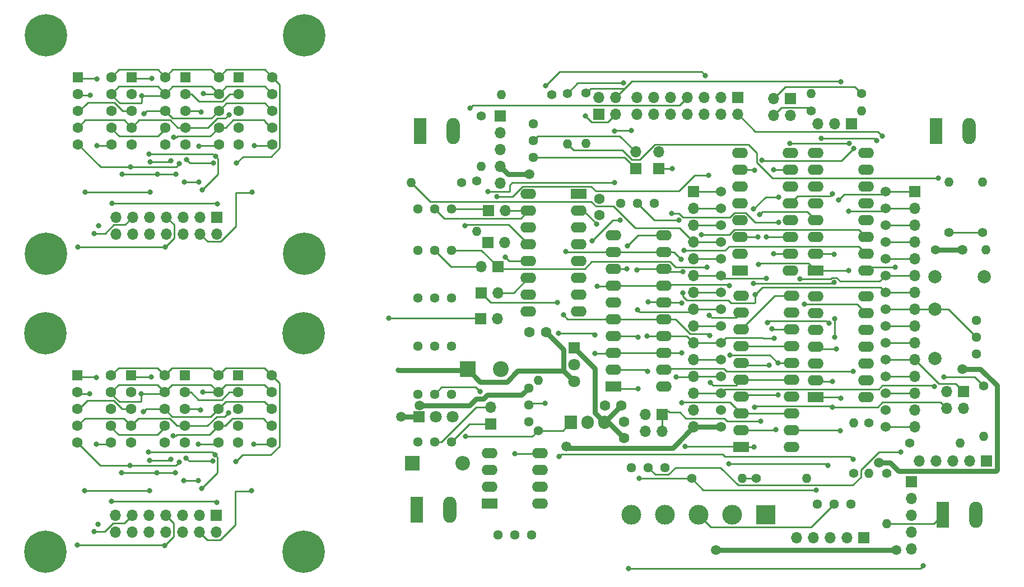
<source format=gbr>
%TF.GenerationSoftware,KiCad,Pcbnew,5.1.10-88a1d61d58~90~ubuntu20.04.1*%
%TF.CreationDate,2021-10-14T14:42:22+02:00*%
%TF.ProjectId,menelaos,6d656e65-6c61-46f7-932e-6b696361645f,rev?*%
%TF.SameCoordinates,Original*%
%TF.FileFunction,Copper,L4,Bot*%
%TF.FilePolarity,Positive*%
%FSLAX46Y46*%
G04 Gerber Fmt 4.6, Leading zero omitted, Abs format (unit mm)*
G04 Created by KiCad (PCBNEW 5.1.10-88a1d61d58~90~ubuntu20.04.1) date 2021-10-14 14:42:22*
%MOMM*%
%LPD*%
G01*
G04 APERTURE LIST*
%TA.AperFunction,ComponentPad*%
%ADD10R,1.700000X1.700000*%
%TD*%
%TA.AperFunction,ComponentPad*%
%ADD11O,1.700000X1.700000*%
%TD*%
%TA.AperFunction,ComponentPad*%
%ADD12C,6.400000*%
%TD*%
%TA.AperFunction,ComponentPad*%
%ADD13C,0.800000*%
%TD*%
%TA.AperFunction,ComponentPad*%
%ADD14R,1.600000X1.600000*%
%TD*%
%TA.AperFunction,ComponentPad*%
%ADD15C,1.600000*%
%TD*%
%TA.AperFunction,ComponentPad*%
%ADD16C,2.000000*%
%TD*%
%TA.AperFunction,ComponentPad*%
%ADD17O,1.980000X3.960000*%
%TD*%
%TA.AperFunction,ComponentPad*%
%ADD18R,1.980000X3.960000*%
%TD*%
%TA.AperFunction,ComponentPad*%
%ADD19O,2.400000X1.600000*%
%TD*%
%TA.AperFunction,ComponentPad*%
%ADD20R,2.400000X1.600000*%
%TD*%
%TA.AperFunction,ComponentPad*%
%ADD21R,2.400000X2.400000*%
%TD*%
%TA.AperFunction,ComponentPad*%
%ADD22C,2.400000*%
%TD*%
%TA.AperFunction,ComponentPad*%
%ADD23R,2.200000X2.200000*%
%TD*%
%TA.AperFunction,ComponentPad*%
%ADD24O,2.200000X2.200000*%
%TD*%
%TA.AperFunction,ComponentPad*%
%ADD25C,3.000000*%
%TD*%
%TA.AperFunction,ComponentPad*%
%ADD26R,3.000000X3.000000*%
%TD*%
%TA.AperFunction,ComponentPad*%
%ADD27R,1.905000X2.000000*%
%TD*%
%TA.AperFunction,ComponentPad*%
%ADD28O,1.905000X2.000000*%
%TD*%
%TA.AperFunction,ComponentPad*%
%ADD29O,1.400000X1.400000*%
%TD*%
%TA.AperFunction,ComponentPad*%
%ADD30C,1.400000*%
%TD*%
%TA.AperFunction,ComponentPad*%
%ADD31C,1.440000*%
%TD*%
%TA.AperFunction,ComponentPad*%
%ADD32C,1.800000*%
%TD*%
%TA.AperFunction,ComponentPad*%
%ADD33R,1.800000X1.800000*%
%TD*%
%TA.AperFunction,ComponentPad*%
%ADD34C,1.524000*%
%TD*%
%TA.AperFunction,ViaPad*%
%ADD35C,0.800000*%
%TD*%
%TA.AperFunction,ViaPad*%
%ADD36C,1.500000*%
%TD*%
%TA.AperFunction,Conductor*%
%ADD37C,0.250000*%
%TD*%
%TA.AperFunction,Conductor*%
%ADD38C,0.800000*%
%TD*%
G04 APERTURE END LIST*
D10*
%TO.P,J21,1*%
%TO.N,N/C*%
X85780000Y-103000000D03*
D11*
%TO.P,J21,14*%
X85780000Y-105540000D03*
%TO.P,J21,2*%
X83240000Y-103000000D03*
%TO.P,J21,13*%
X83240000Y-105540000D03*
%TO.P,J21,3*%
X80700000Y-103000000D03*
%TO.P,J21,12*%
X80700000Y-105540000D03*
%TO.P,J21,4*%
X78160000Y-103000000D03*
%TO.P,J21,11*%
X78160000Y-105540000D03*
%TO.P,J21,5*%
X75620000Y-103000000D03*
%TO.P,J21,10*%
X75620000Y-105540000D03*
%TO.P,J21,6*%
X73080000Y-103000000D03*
%TO.P,J21,9*%
X73080000Y-105540000D03*
%TO.P,J21,7*%
X70540000Y-103000000D03*
%TO.P,J21,8*%
X70540000Y-105540000D03*
%TD*%
D12*
%TO.P,H3,1*%
%TO.N,N/C*%
X59980000Y-108500000D03*
D13*
X62380000Y-108500000D03*
X61677056Y-110197056D03*
X59980000Y-110900000D03*
X58282944Y-110197056D03*
X57580000Y-108500000D03*
X58282944Y-106802944D03*
X59980000Y-106100000D03*
X61677056Y-106802944D03*
%TD*%
D12*
%TO.P,H1,1*%
%TO.N,N/C*%
X98980000Y-75500000D03*
D13*
X101380000Y-75500000D03*
X100677056Y-77197056D03*
X98980000Y-77900000D03*
X97282944Y-77197056D03*
X96580000Y-75500000D03*
X97282944Y-73802944D03*
X98980000Y-73100000D03*
X100677056Y-73802944D03*
%TD*%
D14*
%TO.P,U14,1*%
%TO.N,N/C*%
X64800000Y-81840000D03*
D15*
%TO.P,U14,2*%
X64800000Y-84380000D03*
%TO.P,U14,3*%
X64800000Y-86920000D03*
%TO.P,U14,4*%
X64800000Y-89460000D03*
%TO.P,U14,5*%
X64800000Y-92000000D03*
%TO.P,U14,6*%
X69880000Y-92000000D03*
%TO.P,U14,7*%
X69880000Y-89460000D03*
%TO.P,U14,8*%
X69880000Y-86920000D03*
%TO.P,U14,9*%
X69880000Y-84380000D03*
%TO.P,U14,10*%
X69880000Y-81840000D03*
%TD*%
%TO.P,U12,10*%
%TO.N,N/C*%
X94180000Y-81840000D03*
%TO.P,U12,9*%
X94180000Y-84380000D03*
%TO.P,U12,8*%
X94180000Y-86920000D03*
%TO.P,U12,7*%
X94180000Y-89460000D03*
%TO.P,U12,6*%
X94180000Y-92000000D03*
%TO.P,U12,5*%
X89100000Y-92000000D03*
%TO.P,U12,4*%
X89100000Y-89460000D03*
%TO.P,U12,3*%
X89100000Y-86920000D03*
%TO.P,U12,2*%
X89100000Y-84380000D03*
D14*
%TO.P,U12,1*%
X89100000Y-81840000D03*
%TD*%
%TO.P,U10,1*%
%TO.N,N/C*%
X81000000Y-81840000D03*
D15*
%TO.P,U10,2*%
X81000000Y-84380000D03*
%TO.P,U10,3*%
X81000000Y-86920000D03*
%TO.P,U10,4*%
X81000000Y-89460000D03*
%TO.P,U10,5*%
X81000000Y-92000000D03*
%TO.P,U10,6*%
X86080000Y-92000000D03*
%TO.P,U10,7*%
X86080000Y-89460000D03*
%TO.P,U10,8*%
X86080000Y-86920000D03*
%TO.P,U10,9*%
X86080000Y-84380000D03*
%TO.P,U10,10*%
X86080000Y-81840000D03*
%TD*%
%TO.P,U8,10*%
%TO.N,N/C*%
X77980000Y-81840000D03*
%TO.P,U8,9*%
X77980000Y-84380000D03*
%TO.P,U8,8*%
X77980000Y-86920000D03*
%TO.P,U8,7*%
X77980000Y-89460000D03*
%TO.P,U8,6*%
X77980000Y-92000000D03*
%TO.P,U8,5*%
X72900000Y-92000000D03*
%TO.P,U8,4*%
X72900000Y-89460000D03*
%TO.P,U8,3*%
X72900000Y-86920000D03*
%TO.P,U8,2*%
X72900000Y-84380000D03*
D14*
%TO.P,U8,1*%
X72900000Y-81840000D03*
%TD*%
D12*
%TO.P,H2,1*%
%TO.N,N/C*%
X59980000Y-75500000D03*
D13*
X62380000Y-75500000D03*
X61677056Y-77197056D03*
X59980000Y-77900000D03*
X58282944Y-77197056D03*
X57580000Y-75500000D03*
X58282944Y-73802944D03*
X59980000Y-73100000D03*
X61677056Y-73802944D03*
%TD*%
D12*
%TO.P,H4,1*%
%TO.N,N/C*%
X98980000Y-108500000D03*
D13*
X101380000Y-108500000D03*
X100677056Y-110197056D03*
X98980000Y-110900000D03*
X97282944Y-110197056D03*
X96580000Y-108500000D03*
X97282944Y-106802944D03*
X98980000Y-106100000D03*
X100677056Y-106802944D03*
%TD*%
D11*
%TO.P,J2,2*%
%TO.N,_ones*%
X146090000Y-84910000D03*
%TO.P,J2,3*%
%TO.N,_onesBoard*%
X143550000Y-84910000D03*
%TO.P,J2,1*%
%TO.N,ones33*%
X146090000Y-87450000D03*
D10*
%TO.P,J2,4*%
%TO.N,_onesBoard*%
X143550000Y-87450000D03*
%TD*%
D11*
%TO.P,J21,8*%
%TO.N,Net-(J21-Pad8)*%
X70460000Y-150640000D03*
%TO.P,J21,7*%
%TO.N,Net-(J21-Pad7)*%
X70460000Y-148100000D03*
%TO.P,J21,9*%
%TO.N,+g*%
X73000000Y-150640000D03*
%TO.P,J21,6*%
%TO.N,+f*%
X73000000Y-148100000D03*
%TO.P,J21,10*%
%TO.N,+dp*%
X75540000Y-150640000D03*
%TO.P,J21,5*%
%TO.N,+e*%
X75540000Y-148100000D03*
%TO.P,J21,11*%
%TO.N,+ones*%
X78080000Y-150640000D03*
%TO.P,J21,4*%
%TO.N,+d*%
X78080000Y-148100000D03*
%TO.P,J21,12*%
%TO.N,+tens*%
X80620000Y-150640000D03*
%TO.P,J21,3*%
%TO.N,+c*%
X80620000Y-148100000D03*
%TO.P,J21,13*%
%TO.N,+hundreds*%
X83160000Y-150640000D03*
%TO.P,J21,2*%
%TO.N,+b*%
X83160000Y-148100000D03*
%TO.P,J21,14*%
%TO.N,+thousands*%
X85700000Y-150640000D03*
D10*
%TO.P,J21,1*%
%TO.N,+a*%
X85700000Y-148100000D03*
%TD*%
D11*
%TO.P,J20,8*%
%TO.N,Net-(J20-Pad8)*%
X149260000Y-87490000D03*
%TO.P,J20,7*%
%TO.N,Net-(J20-Pad7)*%
X149260000Y-84950000D03*
%TO.P,J20,9*%
%TO.N,_g*%
X151800000Y-87490000D03*
%TO.P,J20,6*%
%TO.N,_f*%
X151800000Y-84950000D03*
%TO.P,J20,10*%
%TO.N,_dp*%
X154340000Y-87490000D03*
%TO.P,J20,5*%
%TO.N,_e*%
X154340000Y-84950000D03*
%TO.P,J20,11*%
%TO.N,ones*%
X156880000Y-87490000D03*
%TO.P,J20,4*%
%TO.N,_d*%
X156880000Y-84950000D03*
%TO.P,J20,12*%
%TO.N,tens*%
X159420000Y-87490000D03*
%TO.P,J20,3*%
%TO.N,_c*%
X159420000Y-84950000D03*
%TO.P,J20,13*%
%TO.N,hundreds*%
X161960000Y-87490000D03*
%TO.P,J20,2*%
%TO.N,_b*%
X161960000Y-84950000D03*
%TO.P,J20,14*%
%TO.N,thousands*%
X164500000Y-87490000D03*
D10*
%TO.P,J20,1*%
%TO.N,_a*%
X164500000Y-84950000D03*
%TD*%
D13*
%TO.P,H4,1*%
%TO.N,N/C*%
X100597056Y-151902944D03*
X98900000Y-151200000D03*
X97202944Y-151902944D03*
X96500000Y-153600000D03*
X97202944Y-155297056D03*
X98900000Y-156000000D03*
X100597056Y-155297056D03*
X101300000Y-153600000D03*
D12*
X98900000Y-153600000D03*
%TD*%
D13*
%TO.P,H3,1*%
%TO.N,N/C*%
X61597056Y-151902944D03*
X59900000Y-151200000D03*
X58202944Y-151902944D03*
X57500000Y-153600000D03*
X58202944Y-155297056D03*
X59900000Y-156000000D03*
X61597056Y-155297056D03*
X62300000Y-153600000D03*
D12*
X59900000Y-153600000D03*
%TD*%
D13*
%TO.P,H2,1*%
%TO.N,N/C*%
X61597056Y-118902944D03*
X59900000Y-118200000D03*
X58202944Y-118902944D03*
X57500000Y-120600000D03*
X58202944Y-122297056D03*
X59900000Y-123000000D03*
X61597056Y-122297056D03*
X62300000Y-120600000D03*
D12*
X59900000Y-120600000D03*
%TD*%
D13*
%TO.P,H1,1*%
%TO.N,N/C*%
X100597056Y-118902944D03*
X98900000Y-118200000D03*
X97202944Y-118902944D03*
X96500000Y-120600000D03*
X97202944Y-122297056D03*
X98900000Y-123000000D03*
X100597056Y-122297056D03*
X101300000Y-120600000D03*
D12*
X98900000Y-120600000D03*
%TD*%
D15*
%TO.P,Murata-Ceramic-Capacitor-50v1-22uF1,2*%
%TO.N,POWER-IN-*%
X147300000Y-133900000D03*
%TO.P,Murata-Ceramic-Capacitor-50v1-22uF1,1*%
%TO.N,+12V*%
X147300000Y-136400000D03*
%TD*%
D16*
%TO.P,C2,2*%
%TO.N,POWER-IN-*%
X194300000Y-124400000D03*
%TO.P,C2,1*%
%TO.N,_chB*%
X194300000Y-116900000D03*
%TD*%
%TO.P,C3,2*%
%TO.N,POWER-IN-*%
X201800000Y-112050000D03*
%TO.P,C3,1*%
%TO.N,_chA*%
X194300000Y-112050000D03*
%TD*%
D15*
%TO.P,Murata-Ceramic-Capacitor-50v1-22uF2,2*%
%TO.N,POWER-IN-*%
X144450000Y-131450000D03*
%TO.P,Murata-Ceramic-Capacitor-50v1-22uF2,1*%
%TO.N,+12V*%
X146950000Y-131450000D03*
%TD*%
%TO.P,Murata-Ceramic-Capacitor-50v1-22uF3,2*%
%TO.N,POWER-IN-*%
X143600000Y-100200000D03*
%TO.P,Murata-Ceramic-Capacitor-50v1-22uF3,1*%
%TO.N,+5VP*%
X143600000Y-102700000D03*
%TD*%
%TO.P,Murata-Ceramic-Capacitor-50v1-22uF4,2*%
%TO.N,POWER-IN-*%
X133050000Y-120400000D03*
%TO.P,Murata-Ceramic-Capacitor-50v1-22uF4,1*%
%TO.N,+5VL*%
X135550000Y-120400000D03*
%TD*%
D17*
%TO.P,S4,2*%
%TO.N,POWER-IN+*%
X121000000Y-147250000D03*
D18*
%TO.P,S4,1*%
%TO.N,POWER-IN-*%
X116000000Y-147250000D03*
%TD*%
D19*
%TO.P,U16,8*%
%TO.N,+5VL*%
X134670000Y-146300000D03*
%TO.P,U16,4*%
%TO.N,POWER-IN-*%
X127050000Y-138680000D03*
%TO.P,U16,7*%
%TO.N,_save*%
X134670000Y-143760000D03*
%TO.P,U16,3*%
%TO.N,Net-(U16-Pad3)*%
X127050000Y-141220000D03*
%TO.P,U16,6*%
%TO.N,Net-(RV9-Pad2)*%
X134670000Y-141220000D03*
%TO.P,U16,2*%
%TO.N,Net-(U16-Pad2)*%
X127050000Y-143760000D03*
%TO.P,U16,5*%
%TO.N,Net-(RV10-Pad2)*%
X134670000Y-138680000D03*
D20*
%TO.P,U16,1*%
%TO.N,Net-(U16-Pad1)*%
X127050000Y-146300000D03*
%TD*%
D21*
%TO.P,C1,1*%
%TO.N,+5VL*%
X123700000Y-126000000D03*
D22*
%TO.P,C1,2*%
%TO.N,POWER-IN-*%
X128700000Y-126000000D03*
%TD*%
D23*
%TO.P,D1,1*%
%TO.N,+12V*%
X115350000Y-140175000D03*
D24*
%TO.P,D1,2*%
%TO.N,Net-(D1-Pad2)*%
X122970000Y-140175000D03*
%TD*%
D10*
%TO.P,J1,1*%
%TO.N,POWER-IN-*%
X202150000Y-139850000D03*
D11*
%TO.P,J1,2*%
X199610000Y-139850000D03*
%TO.P,J1,3*%
X197070000Y-139850000D03*
%TO.P,J1,4*%
X194530000Y-139850000D03*
%TO.P,J1,5*%
X191990000Y-139850000D03*
%TD*%
D10*
%TO.P,J3,1*%
%TO.N,+12V*%
X128650000Y-87700000D03*
D11*
%TO.P,J3,2*%
X128650000Y-90240000D03*
%TO.P,J3,3*%
X128650000Y-92780000D03*
%TO.P,J3,4*%
X128650000Y-95320000D03*
%TO.P,J3,5*%
X128650000Y-97860000D03*
%TD*%
%TO.P,J4,5*%
%TO.N,+5VP*%
X173440000Y-151500000D03*
%TO.P,J4,4*%
X175980000Y-151500000D03*
%TO.P,J4,3*%
X178520000Y-151500000D03*
%TO.P,J4,2*%
X181060000Y-151500000D03*
D10*
%TO.P,J4,1*%
X183600000Y-151500000D03*
%TD*%
D11*
%TO.P,J5,5*%
%TO.N,+3V3*%
X190800000Y-153160000D03*
%TO.P,J5,4*%
X190800000Y-150620000D03*
%TO.P,J5,3*%
X190800000Y-148080000D03*
%TO.P,J5,2*%
X190800000Y-145540000D03*
D10*
%TO.P,J5,1*%
X190800000Y-143000000D03*
%TD*%
%TO.P,J6,4*%
%TO.N,_thousandsBoard*%
X198600000Y-129350000D03*
D11*
%TO.P,J6,1*%
%TO.N,thousands33*%
X196060000Y-129350000D03*
%TO.P,J6,3*%
%TO.N,_thousandsBoard*%
X198600000Y-131890000D03*
%TO.P,J6,2*%
%TO.N,_thousands*%
X196060000Y-131890000D03*
%TD*%
D10*
%TO.P,J7,4*%
%TO.N,_tensBoard*%
X153100000Y-132800000D03*
D11*
%TO.P,J7,1*%
%TO.N,Net-(J7-Pad1)*%
X150560000Y-132800000D03*
%TO.P,J7,3*%
%TO.N,_tensBoard*%
X153100000Y-135340000D03*
%TO.P,J7,2*%
%TO.N,_tens*%
X150560000Y-135340000D03*
%TD*%
%TO.P,J8,2*%
%TO.N,_hundreds*%
X169960000Y-87640000D03*
%TO.P,J8,3*%
%TO.N,_hundredsBoard*%
X172500000Y-87640000D03*
%TO.P,J8,1*%
%TO.N,hundreds33*%
X169960000Y-85100000D03*
D10*
%TO.P,J8,4*%
%TO.N,_hundredsBoard*%
X172500000Y-85100000D03*
%TD*%
D11*
%TO.P,J9,15*%
%TO.N,+5VL*%
X157850000Y-134710000D03*
%TO.P,J9,14*%
%TO.N,POWER-IN-*%
X157850000Y-132170000D03*
%TO.P,J9,13*%
%TO.N,_mode*%
X157850000Y-129630000D03*
%TO.P,J9,12*%
%TO.N,_dpBoard*%
X157850000Y-127090000D03*
%TO.P,J9,11*%
%TO.N,_zero*%
X157850000Y-124550000D03*
%TO.P,J9,10*%
%TO.N,_a1*%
X157850000Y-122010000D03*
%TO.P,J9,9*%
%TO.N,_a2*%
X157850000Y-119470000D03*
%TO.P,J9,8*%
%TO.N,_onesBoard*%
X157850000Y-116930000D03*
%TO.P,J9,7*%
%TO.N,Net-(J9-Pad7)*%
X157850000Y-114390000D03*
%TO.P,J9,6*%
%TO.N,_clk*%
X157850000Y-111850000D03*
%TO.P,J9,5*%
%TO.N,Net-(J9-Pad5)*%
X157850000Y-109310000D03*
%TO.P,J9,4*%
%TO.N,_config*%
X157850000Y-106770000D03*
%TO.P,J9,3*%
%TO.N,Net-(J9-Pad3)*%
X157850000Y-104230000D03*
%TO.P,J9,2*%
%TO.N,Net-(J9-Pad2)*%
X157850000Y-101690000D03*
D10*
%TO.P,J9,1*%
%TO.N,Net-(J9-Pad1)*%
X157850000Y-99150000D03*
%TD*%
%TO.P,J10,1*%
%TO.N,_tensBoard*%
X191250000Y-99150000D03*
D11*
%TO.P,J10,2*%
%TO.N,_hundredsBoard*%
X191250000Y-101690000D03*
%TO.P,J10,3*%
%TO.N,Net-(J10-Pad3)*%
X191250000Y-104230000D03*
%TO.P,J10,4*%
%TO.N,Net-(J10-Pad4)*%
X191250000Y-106770000D03*
%TO.P,J10,5*%
%TO.N,_chA*%
X191250000Y-109310000D03*
%TO.P,J10,6*%
%TO.N,_a4*%
X191250000Y-111850000D03*
%TO.P,J10,7*%
%TO.N,_a3*%
X191250000Y-114390000D03*
%TO.P,J10,8*%
%TO.N,_chB*%
X191250000Y-116930000D03*
%TO.P,J10,9*%
%TO.N,Net-(J10-Pad9)*%
X191250000Y-119470000D03*
%TO.P,J10,10*%
%TO.N,Net-(J10-Pad10)*%
X191250000Y-122010000D03*
%TO.P,J10,11*%
%TO.N,_thousandsBoard*%
X191250000Y-124550000D03*
%TO.P,J10,12*%
%TO.N,Net-(J10-Pad12)*%
X191250000Y-127090000D03*
%TO.P,J10,13*%
%TO.N,_save*%
X191250000Y-129630000D03*
%TO.P,J10,14*%
%TO.N,POWER-IN-*%
X191250000Y-132170000D03*
%TO.P,J10,15*%
%TO.N,+3V3*%
X191250000Y-134710000D03*
%TD*%
%TO.P,J11,2*%
%TO.N,a*%
X125710000Y-110500000D03*
D10*
%TO.P,J11,1*%
%TO.N,_a*%
X128250000Y-110500000D03*
%TD*%
D11*
%TO.P,J12,2*%
%TO.N,b*%
X129340000Y-106850000D03*
D10*
%TO.P,J12,1*%
%TO.N,_b*%
X126800000Y-106850000D03*
%TD*%
%TO.P,J13,1*%
%TO.N,_c*%
X125750000Y-114450000D03*
D11*
%TO.P,J13,2*%
%TO.N,c*%
X128290000Y-114450000D03*
%TD*%
D10*
%TO.P,J14,1*%
%TO.N,_d*%
X125650000Y-118350000D03*
D11*
%TO.P,J14,2*%
%TO.N,d*%
X128190000Y-118350000D03*
%TD*%
D10*
%TO.P,J15,1*%
%TO.N,_e*%
X127200000Y-134300000D03*
D11*
%TO.P,J15,2*%
%TO.N,e*%
X127200000Y-131760000D03*
%TD*%
%TO.P,J16,2*%
%TO.N,f*%
X129390000Y-102000000D03*
D10*
%TO.P,J16,1*%
%TO.N,_f*%
X126850000Y-102000000D03*
%TD*%
D11*
%TO.P,J17,2*%
%TO.N,g*%
X149100000Y-93160000D03*
D10*
%TO.P,J17,1*%
%TO.N,_g*%
X149100000Y-95700000D03*
%TD*%
%TO.P,J18,1*%
%TO.N,_dp*%
X152600000Y-95700000D03*
D11*
%TO.P,J18,2*%
%TO.N,_dpBoard*%
X152600000Y-93160000D03*
%TD*%
D10*
%TO.P,J19,1*%
%TO.N,+5VP*%
X181750000Y-88900000D03*
D11*
%TO.P,J19,2*%
%TO.N,Net-(J19-Pad2)*%
X179210000Y-88900000D03*
%TO.P,J19,3*%
%TO.N,POWER-IN-*%
X176670000Y-88900000D03*
%TD*%
D25*
%TO.P,J23,2*%
%TO.N,POWER-IN-*%
X163670000Y-148000000D03*
%TO.P,J23,3*%
%TO.N,white*%
X158590000Y-148000000D03*
D26*
%TO.P,J23,1*%
%TO.N,POWER-IN-*%
X168750000Y-148000000D03*
D25*
%TO.P,J23,4*%
%TO.N,yellow*%
X153510000Y-148000000D03*
%TO.P,J23,5*%
%TO.N,gray*%
X148430000Y-148000000D03*
%TD*%
D27*
%TO.P,Q1,1*%
%TO.N,Net-(D1-Pad2)*%
X139300000Y-134050000D03*
D28*
%TO.P,Q1,2*%
%TO.N,POWER-IN+*%
X141840000Y-134050000D03*
%TO.P,Q1,3*%
%TO.N,+12V*%
X144380000Y-134050000D03*
%TD*%
D29*
%TO.P,R1,2*%
%TO.N,ones33*%
X141600000Y-91870000D03*
D30*
%TO.P,R1,1*%
%TO.N,_ones*%
X141600000Y-84250000D03*
%TD*%
%TO.P,R2,1*%
%TO.N,ones33*%
X136450000Y-84450000D03*
D29*
%TO.P,R2,2*%
%TO.N,POWER-IN-*%
X128830000Y-84450000D03*
%TD*%
D30*
%TO.P,R3,1*%
%TO.N,_tens*%
X157550000Y-142500000D03*
D29*
%TO.P,R3,2*%
%TO.N,tens33*%
X165170000Y-142500000D03*
%TD*%
D30*
%TO.P,R4,1*%
%TO.N,tens33*%
X167300000Y-142500000D03*
D29*
%TO.P,R4,2*%
%TO.N,POWER-IN-*%
X174920000Y-142500000D03*
%TD*%
%TO.P,R5,2*%
%TO.N,hundreds33*%
X183220000Y-86950000D03*
D30*
%TO.P,R5,1*%
%TO.N,_hundreds*%
X175600000Y-86950000D03*
%TD*%
%TO.P,R6,1*%
%TO.N,hundreds33*%
X183250000Y-84350000D03*
D29*
%TO.P,R6,2*%
%TO.N,POWER-IN-*%
X175630000Y-84350000D03*
%TD*%
D30*
%TO.P,R7,1*%
%TO.N,_thousands*%
X138750000Y-84300000D03*
D29*
%TO.P,R7,2*%
%TO.N,thousands33*%
X138750000Y-91920000D03*
%TD*%
%TO.P,R8,2*%
%TO.N,POWER-IN-*%
X201700000Y-136120000D03*
D30*
%TO.P,R8,1*%
%TO.N,thousands33*%
X201700000Y-128500000D03*
%TD*%
D29*
%TO.P,R9,2*%
%TO.N,POWER-IN-*%
X134375000Y-127630000D03*
D30*
%TO.P,R9,1*%
%TO.N,Net-(D1-Pad2)*%
X134375000Y-135250000D03*
%TD*%
D29*
%TO.P,R10,2*%
%TO.N,_save*%
X182025000Y-134130000D03*
D30*
%TO.P,R10,1*%
%TO.N,+5VL*%
X182025000Y-141750000D03*
%TD*%
D29*
%TO.P,R11,2*%
%TO.N,Net-(R11-Pad2)*%
X184350000Y-141720000D03*
D30*
%TO.P,R11,1*%
%TO.N,+5VL*%
X184350000Y-134100000D03*
%TD*%
%TO.P,R12,1*%
%TO.N,Net-(R11-Pad2)*%
X190550000Y-137150000D03*
D29*
%TO.P,R12,2*%
%TO.N,POWER-IN-*%
X198170000Y-137150000D03*
%TD*%
%TO.P,R13,2*%
%TO.N,Net-(R13-Pad2)*%
X202020000Y-107950000D03*
D30*
%TO.P,R13,1*%
%TO.N,+5VL*%
X194400000Y-107950000D03*
%TD*%
%TO.P,R14,1*%
%TO.N,Net-(R11-Pad2)*%
X187000000Y-141750000D03*
D29*
%TO.P,R14,2*%
%TO.N,_zero*%
X187000000Y-149370000D03*
%TD*%
D30*
%TO.P,R15,1*%
%TO.N,Net-(R13-Pad2)*%
X201500000Y-105300000D03*
D29*
%TO.P,R15,2*%
%TO.N,POWER-IN-*%
X201500000Y-97680000D03*
%TD*%
D30*
%TO.P,R16,1*%
%TO.N,+5VL*%
X125750000Y-87750000D03*
D29*
%TO.P,R16,2*%
%TO.N,Net-(R16-Pad2)*%
X125750000Y-95370000D03*
%TD*%
%TO.P,R17,2*%
%TO.N,POWER-IN-*%
X125050000Y-105170000D03*
D30*
%TO.P,R17,1*%
%TO.N,Net-(R16-Pad2)*%
X125050000Y-97550000D03*
%TD*%
%TO.P,R18,1*%
%TO.N,Net-(R13-Pad2)*%
X196400000Y-105300000D03*
D29*
%TO.P,R18,2*%
%TO.N,_mode*%
X196400000Y-97680000D03*
%TD*%
%TO.P,R19,2*%
%TO.N,_config*%
X115130000Y-97750000D03*
D30*
%TO.P,R19,1*%
%TO.N,Net-(R16-Pad2)*%
X122750000Y-97750000D03*
%TD*%
D31*
%TO.P,RV1,1*%
%TO.N,_a*%
X121250000Y-108000000D03*
%TO.P,RV1,2*%
%TO.N,a*%
X118710000Y-108000000D03*
%TO.P,RV1,3*%
%TO.N,POWER-IN-*%
X116170000Y-108000000D03*
%TD*%
%TO.P,RV2,3*%
%TO.N,POWER-IN-*%
X116170000Y-115250000D03*
%TO.P,RV2,2*%
%TO.N,b*%
X118710000Y-115250000D03*
%TO.P,RV2,1*%
%TO.N,_b*%
X121250000Y-115250000D03*
%TD*%
%TO.P,RV3,1*%
%TO.N,_c*%
X121250000Y-122500000D03*
%TO.P,RV3,2*%
%TO.N,c*%
X118710000Y-122500000D03*
%TO.P,RV3,3*%
%TO.N,POWER-IN-*%
X116170000Y-122500000D03*
%TD*%
%TO.P,RV4,3*%
%TO.N,POWER-IN-*%
X116170000Y-129750000D03*
%TO.P,RV4,2*%
%TO.N,d*%
X118710000Y-129750000D03*
%TO.P,RV4,1*%
%TO.N,_d*%
X121250000Y-129750000D03*
%TD*%
%TO.P,RV5,1*%
%TO.N,_e*%
X121250000Y-137000000D03*
%TO.P,RV5,2*%
%TO.N,e*%
X118710000Y-137000000D03*
%TO.P,RV5,3*%
%TO.N,POWER-IN-*%
X116170000Y-137000000D03*
%TD*%
%TO.P,RV6,3*%
%TO.N,POWER-IN-*%
X116170000Y-101750000D03*
%TO.P,RV6,2*%
%TO.N,f*%
X118710000Y-101750000D03*
%TO.P,RV6,1*%
%TO.N,_f*%
X121250000Y-101750000D03*
%TD*%
%TO.P,RV7,1*%
%TO.N,_g*%
X133600000Y-94000000D03*
%TO.P,RV7,2*%
%TO.N,g*%
X133600000Y-91460000D03*
%TO.P,RV7,3*%
%TO.N,POWER-IN-*%
X133600000Y-88920000D03*
%TD*%
%TO.P,RV8,1*%
%TO.N,_dp*%
X151900000Y-100900000D03*
%TO.P,RV8,2*%
%TO.N,_dpBoard*%
X149360000Y-100900000D03*
%TO.P,RV8,3*%
%TO.N,POWER-IN-*%
X146820000Y-100900000D03*
%TD*%
%TO.P,RV9,3*%
%TO.N,POWER-IN-*%
X132900000Y-133930000D03*
%TO.P,RV9,2*%
%TO.N,Net-(RV9-Pad2)*%
X132900000Y-131390000D03*
%TO.P,RV9,1*%
%TO.N,+12V*%
X132900000Y-128850000D03*
%TD*%
%TO.P,RV10,1*%
%TO.N,+5VL*%
X133350000Y-151050000D03*
%TO.P,RV10,2*%
%TO.N,Net-(RV10-Pad2)*%
X130810000Y-151050000D03*
%TO.P,RV10,3*%
%TO.N,POWER-IN-*%
X128270000Y-151050000D03*
%TD*%
%TO.P,RV11,3*%
%TO.N,POWER-IN-*%
X200600000Y-123680000D03*
%TO.P,RV11,2*%
%TO.N,_chB*%
X200600000Y-121140000D03*
%TO.P,RV11,1*%
%TO.N,gray*%
X200600000Y-118600000D03*
%TD*%
%TO.P,RV12,3*%
%TO.N,POWER-IN-*%
X148470000Y-140850000D03*
%TO.P,RV12,2*%
%TO.N,_chA*%
X151010000Y-140850000D03*
%TO.P,RV12,1*%
%TO.N,yellow*%
X153550000Y-140850000D03*
%TD*%
%TO.P,RV13,1*%
%TO.N,+5VP*%
X176550000Y-146350000D03*
%TO.P,RV13,2*%
%TO.N,white*%
X179090000Y-146350000D03*
%TO.P,RV13,3*%
%TO.N,POWER-IN-*%
X181630000Y-146350000D03*
%TD*%
D18*
%TO.P,S1,1*%
%TO.N,_zero*%
X195500000Y-148000000D03*
D17*
%TO.P,S1,2*%
%TO.N,POWER-IN-*%
X200500000Y-148000000D03*
%TD*%
D18*
%TO.P,S2,1*%
%TO.N,_mode*%
X194500000Y-90000000D03*
D17*
%TO.P,S2,2*%
%TO.N,POWER-IN-*%
X199500000Y-90000000D03*
%TD*%
%TO.P,S3,2*%
%TO.N,POWER-IN-*%
X121500000Y-90000000D03*
D18*
%TO.P,S3,1*%
%TO.N,_config*%
X116500000Y-90000000D03*
%TD*%
D19*
%TO.P,U1,20*%
%TO.N,+5VP*%
X172670000Y-137750000D03*
%TO.P,U1,10*%
%TO.N,POWER-IN-*%
X165050000Y-114890000D03*
%TO.P,U1,19*%
%TO.N,_ones*%
X172670000Y-135210000D03*
%TO.P,U1,9*%
%TO.N,/7-segmet-display/BCD_out4*%
X165050000Y-117430000D03*
%TO.P,U1,18*%
%TO.N,/7-segmet-display/BCD_out1*%
X172670000Y-132670000D03*
%TO.P,U1,8*%
%TO.N,_a4*%
X165050000Y-119970000D03*
%TO.P,U1,17*%
%TO.N,_a1*%
X172670000Y-130130000D03*
%TO.P,U1,7*%
%TO.N,/7-segmet-display/BCD_out3*%
X165050000Y-122510000D03*
%TO.P,U1,16*%
%TO.N,/7-segmet-display/BCD_out2*%
X172670000Y-127590000D03*
%TO.P,U1,6*%
%TO.N,_a3*%
X165050000Y-125050000D03*
%TO.P,U1,15*%
%TO.N,_a2*%
X172670000Y-125050000D03*
%TO.P,U1,5*%
%TO.N,/7-segmet-display/BCD_out2*%
X165050000Y-127590000D03*
%TO.P,U1,14*%
%TO.N,/7-segmet-display/BCD_out3*%
X172670000Y-122510000D03*
%TO.P,U1,4*%
%TO.N,_a2*%
X165050000Y-130130000D03*
%TO.P,U1,13*%
%TO.N,_a3*%
X172670000Y-119970000D03*
%TO.P,U1,3*%
%TO.N,/7-segmet-display/BCD_out1*%
X165050000Y-132670000D03*
%TO.P,U1,12*%
%TO.N,/7-segmet-display/BCD_out4*%
X172670000Y-117430000D03*
%TO.P,U1,2*%
%TO.N,_a1*%
X165050000Y-135210000D03*
%TO.P,U1,11*%
%TO.N,_a4*%
X172670000Y-114890000D03*
D20*
%TO.P,U1,1*%
%TO.N,_thousands*%
X165050000Y-137750000D03*
%TD*%
%TO.P,U2,1*%
%TO.N,Net-(U2-Pad1)*%
X164850000Y-111100000D03*
D19*
%TO.P,U2,9*%
%TO.N,Net-(U2-Pad9)*%
X172470000Y-93320000D03*
%TO.P,U2,2*%
%TO.N,Net-(U2-Pad2)*%
X164850000Y-108560000D03*
%TO.P,U2,10*%
%TO.N,Net-(U2-Pad10)*%
X172470000Y-95860000D03*
%TO.P,U2,3*%
%TO.N,Net-(U2-Pad3)*%
X164850000Y-106020000D03*
%TO.P,U2,11*%
%TO.N,Net-(U2-Pad11)*%
X172470000Y-98400000D03*
%TO.P,U2,4*%
%TO.N,Net-(U2-Pad4)*%
X164850000Y-103480000D03*
%TO.P,U2,12*%
%TO.N,Net-(J19-Pad2)*%
X172470000Y-100940000D03*
%TO.P,U2,5*%
%TO.N,Net-(U2-Pad5)*%
X164850000Y-100940000D03*
%TO.P,U2,13*%
%TO.N,POWER-IN-*%
X172470000Y-103480000D03*
%TO.P,U2,6*%
%TO.N,Net-(U2-Pad6)*%
X164850000Y-98400000D03*
%TO.P,U2,14*%
%TO.N,_clk*%
X172470000Y-106020000D03*
%TO.P,U2,7*%
%TO.N,Net-(U2-Pad7)*%
X164850000Y-95860000D03*
%TO.P,U2,15*%
%TO.N,Net-(U2-Pad10)*%
X172470000Y-108560000D03*
%TO.P,U2,8*%
%TO.N,POWER-IN-*%
X164850000Y-93320000D03*
%TO.P,U2,16*%
%TO.N,+5VP*%
X172470000Y-111100000D03*
%TD*%
D20*
%TO.P,U3,1*%
%TO.N,Net-(U2-Pad3)*%
X176300000Y-130250000D03*
D19*
%TO.P,U3,8*%
%TO.N,_hundreds*%
X183920000Y-115010000D03*
%TO.P,U3,2*%
%TO.N,_thousands*%
X176300000Y-127710000D03*
%TO.P,U3,9*%
%TO.N,Net-(U2-Pad7)*%
X183920000Y-117550000D03*
%TO.P,U3,3*%
%TO.N,Net-(U2-Pad2)*%
X176300000Y-125170000D03*
%TO.P,U3,10*%
%TO.N,N/C*%
X183920000Y-120090000D03*
%TO.P,U3,4*%
%TO.N,_ones*%
X176300000Y-122630000D03*
%TO.P,U3,11*%
%TO.N,N/C*%
X183920000Y-122630000D03*
%TO.P,U3,5*%
%TO.N,Net-(U2-Pad4)*%
X176300000Y-120090000D03*
%TO.P,U3,12*%
%TO.N,N/C*%
X183920000Y-125170000D03*
%TO.P,U3,6*%
%TO.N,_tens*%
X176300000Y-117550000D03*
%TO.P,U3,13*%
%TO.N,N/C*%
X183920000Y-127710000D03*
%TO.P,U3,7*%
%TO.N,POWER-IN-*%
X176300000Y-115010000D03*
%TO.P,U3,14*%
%TO.N,+5VP*%
X183920000Y-130250000D03*
%TD*%
%TO.P,U4,16*%
%TO.N,+5VP*%
X132880000Y-99500000D03*
%TO.P,U4,8*%
%TO.N,POWER-IN-*%
X140500000Y-117280000D03*
%TO.P,U4,15*%
%TO.N,f*%
X132880000Y-102040000D03*
%TO.P,U4,7*%
%TO.N,/7-segmet-display/BCD_out1*%
X140500000Y-114740000D03*
%TO.P,U4,14*%
%TO.N,g*%
X132880000Y-104580000D03*
%TO.P,U4,6*%
%TO.N,/7-segmet-display/BCD_out4*%
X140500000Y-112200000D03*
%TO.P,U4,13*%
%TO.N,a*%
X132880000Y-107120000D03*
%TO.P,U4,5*%
%TO.N,POWER-IN-*%
X140500000Y-109660000D03*
%TO.P,U4,12*%
%TO.N,b*%
X132880000Y-109660000D03*
%TO.P,U4,4*%
%TO.N,+5VP*%
X140500000Y-107120000D03*
%TO.P,U4,11*%
%TO.N,c*%
X132880000Y-112200000D03*
%TO.P,U4,3*%
%TO.N,+5VP*%
X140500000Y-104580000D03*
%TO.P,U4,10*%
%TO.N,d*%
X132880000Y-114740000D03*
%TO.P,U4,2*%
%TO.N,/7-segmet-display/BCD_out3*%
X140500000Y-102040000D03*
%TO.P,U4,9*%
%TO.N,e*%
X132880000Y-117280000D03*
D20*
%TO.P,U4,1*%
%TO.N,/7-segmet-display/BCD_out2*%
X140500000Y-99500000D03*
%TD*%
%TO.P,U5,1*%
%TO.N,_tens*%
X145750000Y-128600000D03*
D19*
%TO.P,U5,11*%
%TO.N,_a4*%
X153370000Y-105740000D03*
%TO.P,U5,2*%
%TO.N,_a1*%
X145750000Y-126060000D03*
%TO.P,U5,12*%
%TO.N,/7-segmet-display/BCD_out4*%
X153370000Y-108280000D03*
%TO.P,U5,3*%
%TO.N,/7-segmet-display/BCD_out1*%
X145750000Y-123520000D03*
%TO.P,U5,13*%
%TO.N,_a3*%
X153370000Y-110820000D03*
%TO.P,U5,4*%
%TO.N,_a2*%
X145750000Y-120980000D03*
%TO.P,U5,14*%
%TO.N,/7-segmet-display/BCD_out3*%
X153370000Y-113360000D03*
%TO.P,U5,5*%
%TO.N,/7-segmet-display/BCD_out2*%
X145750000Y-118440000D03*
%TO.P,U5,15*%
%TO.N,_a2*%
X153370000Y-115900000D03*
%TO.P,U5,6*%
%TO.N,_a3*%
X145750000Y-115900000D03*
%TO.P,U5,16*%
%TO.N,/7-segmet-display/BCD_out2*%
X153370000Y-118440000D03*
%TO.P,U5,7*%
%TO.N,/7-segmet-display/BCD_out3*%
X145750000Y-113360000D03*
%TO.P,U5,17*%
%TO.N,_a1*%
X153370000Y-120980000D03*
%TO.P,U5,8*%
%TO.N,_a4*%
X145750000Y-110820000D03*
%TO.P,U5,18*%
%TO.N,/7-segmet-display/BCD_out1*%
X153370000Y-123520000D03*
%TO.P,U5,9*%
%TO.N,/7-segmet-display/BCD_out4*%
X145750000Y-108280000D03*
%TO.P,U5,19*%
%TO.N,_hundreds*%
X153370000Y-126060000D03*
%TO.P,U5,10*%
%TO.N,POWER-IN-*%
X145750000Y-105740000D03*
%TO.P,U5,20*%
%TO.N,+5VP*%
X153370000Y-128600000D03*
%TD*%
D20*
%TO.P,U6,1*%
%TO.N,Net-(U2-Pad3)*%
X176300000Y-111100000D03*
D19*
%TO.P,U6,9*%
%TO.N,Net-(U6-Pad9)*%
X183920000Y-93320000D03*
%TO.P,U6,2*%
%TO.N,Net-(U2-Pad2)*%
X176300000Y-108560000D03*
%TO.P,U6,10*%
%TO.N,Net-(U6-Pad10)*%
X183920000Y-95860000D03*
%TO.P,U6,3*%
%TO.N,Net-(U2-Pad4)*%
X176300000Y-106020000D03*
%TO.P,U6,11*%
%TO.N,Net-(U6-Pad11)*%
X183920000Y-98400000D03*
%TO.P,U6,4*%
%TO.N,Net-(U2-Pad7)*%
X176300000Y-103480000D03*
%TO.P,U6,12*%
%TO.N,Net-(U6-Pad12)*%
X183920000Y-100940000D03*
%TO.P,U6,5*%
%TO.N,Net-(U6-Pad5)*%
X176300000Y-100940000D03*
%TO.P,U6,13*%
%TO.N,hundreds*%
X183920000Y-103480000D03*
%TO.P,U6,6*%
%TO.N,Net-(U6-Pad6)*%
X176300000Y-98400000D03*
%TO.P,U6,14*%
%TO.N,tens*%
X183920000Y-106020000D03*
%TO.P,U6,7*%
%TO.N,Net-(U6-Pad7)*%
X176300000Y-95860000D03*
%TO.P,U6,15*%
%TO.N,ones*%
X183920000Y-108560000D03*
%TO.P,U6,8*%
%TO.N,POWER-IN-*%
X176300000Y-93320000D03*
%TO.P,U6,16*%
%TO.N,thousands*%
X183920000Y-111100000D03*
%TD*%
D14*
%TO.P,U8,1*%
%TO.N,+ones*%
X72820000Y-126940000D03*
D15*
%TO.P,U8,2*%
%TO.N,+f*%
X72820000Y-129480000D03*
%TO.P,U8,3*%
%TO.N,+g*%
X72820000Y-132020000D03*
%TO.P,U8,4*%
%TO.N,+e*%
X72820000Y-134560000D03*
%TO.P,U8,5*%
%TO.N,+d*%
X72820000Y-137100000D03*
%TO.P,U8,6*%
%TO.N,+ones*%
X77900000Y-137100000D03*
%TO.P,U8,7*%
%TO.N,+dp*%
X77900000Y-134560000D03*
%TO.P,U8,8*%
%TO.N,+c*%
X77900000Y-132020000D03*
%TO.P,U8,9*%
%TO.N,+b*%
X77900000Y-129480000D03*
%TO.P,U8,10*%
%TO.N,+a*%
X77900000Y-126940000D03*
%TD*%
%TO.P,U10,10*%
%TO.N,+a*%
X86000000Y-126940000D03*
%TO.P,U10,9*%
%TO.N,+b*%
X86000000Y-129480000D03*
%TO.P,U10,8*%
%TO.N,+c*%
X86000000Y-132020000D03*
%TO.P,U10,7*%
%TO.N,+dp*%
X86000000Y-134560000D03*
%TO.P,U10,6*%
%TO.N,+tens*%
X86000000Y-137100000D03*
%TO.P,U10,5*%
%TO.N,+d*%
X80920000Y-137100000D03*
%TO.P,U10,4*%
%TO.N,+e*%
X80920000Y-134560000D03*
%TO.P,U10,3*%
%TO.N,+g*%
X80920000Y-132020000D03*
%TO.P,U10,2*%
%TO.N,+f*%
X80920000Y-129480000D03*
D14*
%TO.P,U10,1*%
%TO.N,+tens*%
X80920000Y-126940000D03*
%TD*%
%TO.P,U12,1*%
%TO.N,+hundreds*%
X89020000Y-126940000D03*
D15*
%TO.P,U12,2*%
%TO.N,+f*%
X89020000Y-129480000D03*
%TO.P,U12,3*%
%TO.N,+g*%
X89020000Y-132020000D03*
%TO.P,U12,4*%
%TO.N,+e*%
X89020000Y-134560000D03*
%TO.P,U12,5*%
%TO.N,+d*%
X89020000Y-137100000D03*
%TO.P,U12,6*%
%TO.N,+hundreds*%
X94100000Y-137100000D03*
%TO.P,U12,7*%
%TO.N,+dp*%
X94100000Y-134560000D03*
%TO.P,U12,8*%
%TO.N,+c*%
X94100000Y-132020000D03*
%TO.P,U12,9*%
%TO.N,+b*%
X94100000Y-129480000D03*
%TO.P,U12,10*%
%TO.N,+a*%
X94100000Y-126940000D03*
%TD*%
%TO.P,U14,10*%
%TO.N,+a*%
X69800000Y-126940000D03*
%TO.P,U14,9*%
%TO.N,+b*%
X69800000Y-129480000D03*
%TO.P,U14,8*%
%TO.N,+c*%
X69800000Y-132020000D03*
%TO.P,U14,7*%
%TO.N,+dp*%
X69800000Y-134560000D03*
%TO.P,U14,6*%
%TO.N,+thousands*%
X69800000Y-137100000D03*
%TO.P,U14,5*%
%TO.N,+d*%
X64720000Y-137100000D03*
%TO.P,U14,4*%
%TO.N,+e*%
X64720000Y-134560000D03*
%TO.P,U14,3*%
%TO.N,+g*%
X64720000Y-132020000D03*
%TO.P,U14,2*%
%TO.N,+f*%
X64720000Y-129480000D03*
D14*
%TO.P,U14,1*%
%TO.N,+thousands*%
X64720000Y-126940000D03*
%TD*%
D32*
%TO.P,U17,3*%
%TO.N,+5VP*%
X121430000Y-133150000D03*
%TO.P,U17,2*%
%TO.N,POWER-IN-*%
X118890000Y-133150000D03*
D33*
%TO.P,U17,1*%
%TO.N,+12V*%
X116350000Y-133150000D03*
%TD*%
%TO.P,U18,1*%
%TO.N,+12V*%
X139800000Y-122750000D03*
D32*
%TO.P,U18,2*%
%TO.N,POWER-IN-*%
X139800000Y-125290000D03*
%TO.P,U18,3*%
%TO.N,+5VL*%
X139800000Y-127830000D03*
%TD*%
D34*
%TO.P,U24,1*%
%TO.N,Net-(J9-Pad1)*%
X161954000Y-99116000D03*
%TO.P,U24,2*%
%TO.N,Net-(J9-Pad2)*%
X161954000Y-101656000D03*
%TO.P,U24,3*%
%TO.N,Net-(J9-Pad3)*%
X161954000Y-104196000D03*
%TO.P,U24,4*%
%TO.N,_config*%
X161954000Y-106736000D03*
%TO.P,U24,5*%
%TO.N,Net-(J9-Pad5)*%
X161954000Y-109276000D03*
%TO.P,U24,6*%
%TO.N,_clk*%
X161954000Y-111816000D03*
%TO.P,U24,7*%
%TO.N,Net-(J9-Pad7)*%
X161954000Y-114356000D03*
%TO.P,U24,8*%
%TO.N,_onesBoard*%
X161954000Y-116896000D03*
%TO.P,U24,9*%
%TO.N,_a2*%
X161954000Y-119436000D03*
%TO.P,U24,10*%
%TO.N,_a1*%
X161954000Y-121976000D03*
%TO.P,U24,11*%
%TO.N,_zero*%
X161954000Y-124516000D03*
%TO.P,U24,12*%
%TO.N,_dpBoard*%
X161954000Y-127056000D03*
%TO.P,U24,13*%
%TO.N,_mode*%
X161954000Y-129596000D03*
%TO.P,U24,14*%
%TO.N,POWER-IN-*%
X161954000Y-132136000D03*
X161954000Y-132136000D03*
%TO.P,U24,15*%
%TO.N,+5VL*%
X161954000Y-134676000D03*
%TO.P,U24,16*%
%TO.N,+3V3*%
X186846000Y-134676000D03*
%TO.P,U24,17*%
%TO.N,POWER-IN-*%
X186846000Y-132136000D03*
%TO.P,U24,18*%
%TO.N,_save*%
X186846000Y-129596000D03*
%TO.P,U24,19*%
%TO.N,Net-(J10-Pad12)*%
X186846000Y-127056000D03*
%TO.P,U24,20*%
%TO.N,_thousandsBoard*%
X186846000Y-124516000D03*
%TO.P,U24,21*%
%TO.N,Net-(J10-Pad10)*%
X186846000Y-121976000D03*
%TO.P,U24,22*%
%TO.N,Net-(J10-Pad9)*%
X186846000Y-119436000D03*
%TO.P,U24,23*%
%TO.N,_chB*%
X186846000Y-116896000D03*
%TO.P,U24,24*%
%TO.N,_a3*%
X186846000Y-114356000D03*
%TO.P,U24,25*%
%TO.N,_a4*%
X186846000Y-111816000D03*
%TO.P,U24,26*%
%TO.N,_chA*%
X186846000Y-109276000D03*
%TO.P,U24,27*%
%TO.N,Net-(J10-Pad4)*%
X186846000Y-106736000D03*
%TO.P,U24,28*%
%TO.N,Net-(J10-Pad3)*%
X186846000Y-104196000D03*
%TO.P,U24,29*%
%TO.N,_hundredsBoard*%
X186846000Y-101656000D03*
%TO.P,U24,30*%
%TO.N,_tensBoard*%
X186846000Y-99116000D03*
%TD*%
D35*
%TO.N,*%
X75500000Y-93430000D03*
X85570000Y-93830000D03*
X83380000Y-87100000D03*
X83580000Y-98900000D03*
X67280000Y-105450000D03*
X66630000Y-84600000D03*
X75670000Y-94690000D03*
X75670000Y-94690000D03*
X78880000Y-94500000D03*
X79279999Y-90949999D03*
X87620000Y-87500000D03*
X75680000Y-99250000D03*
X65905000Y-99250000D03*
X75980000Y-82050000D03*
X64780000Y-107500000D03*
X77980000Y-107550000D03*
X85250000Y-94790000D03*
X81210000Y-94310000D03*
X80150000Y-94920000D03*
X72734999Y-95415001D03*
X83030000Y-92250000D03*
X83080000Y-97700000D03*
X80830000Y-97700000D03*
X79580000Y-96550000D03*
X71430000Y-96550000D03*
X74780000Y-87350000D03*
X76830000Y-96550000D03*
X91480000Y-92200000D03*
X91080000Y-99250000D03*
X74440000Y-84630000D03*
X83780000Y-84350000D03*
X69930000Y-100900000D03*
X85830000Y-101000000D03*
X67680000Y-82150000D03*
X67680000Y-92200000D03*
X67930000Y-104300000D03*
X88730000Y-94850000D03*
X94180000Y-81840000D03*
D36*
%TO.N,+5VL*%
X138575001Y-137674999D03*
D35*
X113250000Y-126150000D03*
D36*
X198500000Y-107950000D03*
X198500000Y-125950000D03*
X185885851Y-140135851D03*
X188500000Y-153300000D03*
X161250000Y-153300000D03*
D35*
%TO.N,_chA*%
X189150000Y-138475000D03*
D36*
%TO.N,+12V*%
X133025000Y-96475000D03*
X113600000Y-133150000D03*
X116421849Y-131501993D03*
D35*
%TO.N,Net-(D1-Pad2)*%
X123375000Y-136150000D03*
%TO.N,_ones*%
X180100000Y-82550000D03*
X180025000Y-135250000D03*
X179400000Y-122925000D03*
%TO.N,_onesBoard*%
X149400000Y-117000000D03*
X143550000Y-87450000D03*
%TO.N,ones33*%
X141500000Y-87675000D03*
%TO.N,thousands33*%
X195675000Y-127125000D03*
X194797347Y-97102653D03*
%TO.N,_thousands*%
X178850000Y-131725000D03*
X178825000Y-127800000D03*
X167025000Y-131725000D03*
X166950000Y-137775000D03*
X156550000Y-137675000D03*
X147262347Y-82712347D03*
%TO.N,_tensBoard*%
X179725000Y-100425000D03*
X178300000Y-119075000D03*
X169025000Y-118975000D03*
X167950000Y-133875000D03*
%TO.N,_tens*%
X149650000Y-142500000D03*
X176350000Y-144250001D03*
X149475000Y-128925000D03*
%TO.N,_hundreds*%
X177100000Y-91125000D03*
X185500000Y-91425000D03*
X182000000Y-126350000D03*
%TO.N,_hundredsBoard*%
X181325000Y-102075000D03*
X181400000Y-91850000D03*
X172375000Y-91825000D03*
%TO.N,_mode*%
X194266693Y-128591999D03*
%TO.N,_dpBoard*%
X155625000Y-103475000D03*
X155225000Y-127125000D03*
%TO.N,_zero*%
X163175000Y-140275000D03*
X178180000Y-140550000D03*
%TO.N,_a1*%
X150875000Y-126300000D03*
X150825000Y-120950000D03*
X170300000Y-135125000D03*
X170050000Y-121325000D03*
%TO.N,_a2*%
X170575000Y-125050000D03*
X170575000Y-129875000D03*
X156025000Y-116025000D03*
X149450000Y-121125000D03*
X150975000Y-115850000D03*
X163375000Y-123850000D03*
%TO.N,_clk*%
X168850000Y-106025000D03*
X168850000Y-112225000D03*
%TO.N,_a4*%
X147800000Y-107350000D03*
X147750000Y-110825000D03*
X154550000Y-102425000D03*
X170675000Y-103825000D03*
X173900000Y-112314990D03*
%TO.N,_a3*%
X167125000Y-114700000D03*
X169725000Y-119875000D03*
X169250000Y-125350000D03*
X149250000Y-111025000D03*
X156225000Y-111275000D03*
X156250000Y-114425000D03*
%TO.N,_save*%
X181950000Y-139600000D03*
X137475000Y-139225000D03*
%TO.N,a*%
X123263618Y-104263618D03*
%TO.N,_a*%
X159875000Y-110550000D03*
%TO.N,b*%
X129350000Y-109025000D03*
%TO.N,_b*%
X160149990Y-96725000D03*
X128100000Y-99900010D03*
%TO.N,_c*%
X137250000Y-115875000D03*
X135475000Y-83125000D03*
X159625000Y-81575000D03*
%TO.N,_d*%
X124075000Y-86500000D03*
X111750000Y-118300000D03*
%TO.N,d*%
X125550000Y-129350000D03*
%TO.N,_e*%
X137425000Y-120600000D03*
X142950000Y-120775000D03*
X146774046Y-103425954D03*
X142474999Y-106625001D03*
%TO.N,_f*%
X145900000Y-97825000D03*
X126800000Y-99150000D03*
X148450000Y-89900000D03*
X145900000Y-90000000D03*
%TO.N,_dp*%
X154625000Y-95700000D03*
%TO.N,Net-(J19-Pad2)*%
X178850000Y-99475000D03*
%TO.N,thousands*%
X186375000Y-90750000D03*
X188275000Y-110600000D03*
%TO.N,hundreds*%
X182050000Y-92618222D03*
X168150000Y-94375000D03*
%TO.N,tens*%
X159000000Y-105675000D03*
%TO.N,ones*%
X156400000Y-108050000D03*
%TO.N,+g*%
X75420000Y-138530000D03*
X85490000Y-138930000D03*
X83300000Y-132200000D03*
X83500000Y-144000000D03*
%TO.N,+f*%
X67200000Y-150550000D03*
X66550000Y-129700000D03*
%TO.N,+dp*%
X75590000Y-139790000D03*
X75590000Y-139790000D03*
X78800000Y-139600000D03*
X79199999Y-136049999D03*
%TO.N,+e*%
X87540000Y-132600000D03*
X75600000Y-144350000D03*
X65825000Y-144350000D03*
%TO.N,+ones*%
X75900000Y-127150000D03*
%TO.N,+d*%
X64700000Y-152600000D03*
X77900000Y-152650000D03*
X85170000Y-139890000D03*
X81130000Y-139410000D03*
X80070000Y-140020000D03*
X72654999Y-140515001D03*
%TO.N,+tens*%
X82950000Y-137350000D03*
X83000000Y-142800000D03*
X80750000Y-142800000D03*
%TO.N,+c*%
X79500000Y-141650000D03*
X71350000Y-141650000D03*
X74700000Y-132450000D03*
X76750000Y-141650000D03*
%TO.N,+hundreds*%
X91400000Y-137300000D03*
X91000000Y-144350000D03*
%TO.N,+b*%
X74360000Y-129730000D03*
X83700000Y-129450000D03*
%TO.N,+thousands*%
X69850000Y-146000000D03*
X85750000Y-146100000D03*
X67600000Y-127250000D03*
X67600000Y-137300000D03*
%TO.N,+a*%
X67850000Y-149400000D03*
X88650000Y-139950000D03*
X94100000Y-126940000D03*
%TO.N,gray*%
X192550000Y-155700000D03*
X148000000Y-156100000D03*
%TO.N,Net-(RV9-Pad2)*%
X135400000Y-131150000D03*
%TO.N,Net-(RV10-Pad2)*%
X130825000Y-138725000D03*
%TO.N,/7-segmet-display/BCD_out4*%
X138525000Y-108225000D03*
X155950000Y-109375000D03*
X160225000Y-117825000D03*
%TO.N,/7-segmet-display/BCD_out1*%
X142950000Y-123575000D03*
X156050000Y-123525000D03*
X156025000Y-131075000D03*
%TO.N,/7-segmet-display/BCD_out3*%
X143218748Y-104047091D03*
X143300000Y-113475000D03*
X163250000Y-113350000D03*
%TO.N,/7-segmet-display/BCD_out2*%
X138150000Y-117775000D03*
X160300000Y-120925000D03*
X160400000Y-128000000D03*
%TO.N,Net-(U2-Pad2)*%
X179075000Y-108600000D03*
X179200000Y-118325000D03*
X179200000Y-121125000D03*
X166875000Y-113039990D03*
X179075000Y-112869001D03*
%TO.N,Net-(U2-Pad10)*%
X169950000Y-95875000D03*
X169900000Y-108575000D03*
%TO.N,Net-(U2-Pad3)*%
X167625000Y-110150000D03*
X167600000Y-106025000D03*
X180100000Y-130350000D03*
X181275000Y-111075000D03*
%TO.N,Net-(U2-Pad4)*%
X170675000Y-99950000D03*
X166875000Y-101800000D03*
%TO.N,Net-(U2-Pad7)*%
X174625000Y-116175000D03*
X167100000Y-95900000D03*
X167825000Y-102625000D03*
%TD*%
D37*
%TO.N,*%
X72930000Y-87100000D02*
X72910000Y-87120000D01*
X85170000Y-93430000D02*
X85570000Y-93830000D01*
X75500000Y-93430000D02*
X85170000Y-93430000D01*
X65935001Y-85994999D02*
X64810000Y-87120000D01*
X66280000Y-85650000D02*
X65935001Y-85994999D01*
X70323590Y-85650000D02*
X66280000Y-85650000D01*
X71593590Y-86920000D02*
X70323590Y-85650000D01*
X72900000Y-86920000D02*
X71593590Y-86920000D01*
X83200000Y-86920000D02*
X83380000Y-87100000D01*
X81000000Y-86920000D02*
X83200000Y-86920000D01*
X85975001Y-94235001D02*
X85570000Y-93830000D01*
X85975001Y-96504999D02*
X85975001Y-94235001D01*
X83580000Y-98900000D02*
X85975001Y-96504999D01*
X67290000Y-105440000D02*
X67280000Y-105450000D01*
X64830000Y-84600000D02*
X64810000Y-84580000D01*
X66630000Y-84600000D02*
X64830000Y-84600000D01*
X83108003Y-85505001D02*
X81983002Y-84380000D01*
X86620001Y-85505001D02*
X83108003Y-85505001D01*
X81983002Y-84380000D02*
X81000000Y-84380000D01*
X87745002Y-84380000D02*
X86620001Y-85505001D01*
X89100000Y-84380000D02*
X87745002Y-84380000D01*
X71904999Y-104175001D02*
X73080000Y-103000000D01*
X70165997Y-104175001D02*
X71904999Y-104175001D01*
X68890998Y-105450000D02*
X70165997Y-104175001D01*
X67280000Y-105450000D02*
X68890998Y-105450000D01*
X78690000Y-94690000D02*
X78880000Y-94500000D01*
X75670000Y-94690000D02*
X78690000Y-94690000D01*
X71015001Y-90785001D02*
X69890000Y-89660000D01*
X76864999Y-90785001D02*
X71015001Y-90785001D01*
X77990000Y-89660000D02*
X76864999Y-90785001D01*
X93064999Y-88534999D02*
X94190000Y-89660000D01*
X84790000Y-90750000D02*
X86080000Y-89460000D01*
X79880000Y-90750000D02*
X84790000Y-90750000D01*
X79680001Y-90949999D02*
X79880000Y-90750000D01*
X79279999Y-90949999D02*
X79680001Y-90949999D01*
X93064999Y-88534999D02*
X93064999Y-88484999D01*
X92914999Y-88334999D02*
X88245001Y-88334999D01*
X93064999Y-88484999D02*
X92914999Y-88334999D01*
X87120000Y-89460000D02*
X86080000Y-89460000D01*
X88245001Y-88334999D02*
X87120000Y-89460000D01*
X65925001Y-88334999D02*
X64800000Y-89460000D01*
X71774999Y-88334999D02*
X65925001Y-88334999D01*
X72900000Y-89460000D02*
X71774999Y-88334999D01*
X78758589Y-88334999D02*
X79883590Y-89460000D01*
X79883590Y-89460000D02*
X81000000Y-89460000D01*
X74025001Y-88334999D02*
X78758589Y-88334999D01*
X72900000Y-89460000D02*
X74025001Y-88334999D01*
X87074999Y-88045001D02*
X87620000Y-87500000D01*
X85829997Y-88045001D02*
X87074999Y-88045001D01*
X84414998Y-89460000D02*
X85829997Y-88045001D01*
X81000000Y-89460000D02*
X84414998Y-89460000D01*
X75680000Y-99250000D02*
X66180000Y-99250000D01*
X75970000Y-82040000D02*
X75980000Y-82050000D01*
X72910000Y-82040000D02*
X75970000Y-82040000D01*
X77930000Y-107500000D02*
X77980000Y-107550000D01*
X64780000Y-107500000D02*
X77930000Y-107500000D01*
X81690000Y-94790000D02*
X81210000Y-94310000D01*
X85250000Y-94790000D02*
X81690000Y-94790000D01*
X79654999Y-95415001D02*
X80150000Y-94920000D01*
X64800000Y-92000000D02*
X68215001Y-95415001D01*
X72734999Y-95415001D02*
X79654999Y-95415001D01*
X68215001Y-95415001D02*
X72734999Y-95415001D01*
X79335001Y-104175001D02*
X78160000Y-103000000D01*
X79335001Y-106194999D02*
X79335001Y-104175001D01*
X77980000Y-107550000D02*
X79335001Y-106194999D01*
X83080000Y-92200000D02*
X83030000Y-92250000D01*
X86090000Y-92200000D02*
X83080000Y-92200000D01*
X83080000Y-97700000D02*
X80830000Y-97700000D01*
X87205001Y-85794999D02*
X86080000Y-86920000D01*
X93054999Y-85794999D02*
X87205001Y-85794999D01*
X94180000Y-86920000D02*
X93054999Y-85794999D01*
X79105001Y-88045001D02*
X77980000Y-86920000D01*
X84954999Y-88045001D02*
X79105001Y-88045001D01*
X86080000Y-86920000D02*
X84954999Y-88045001D01*
X75210000Y-86920000D02*
X74780000Y-87350000D01*
X77980000Y-86920000D02*
X75210000Y-86920000D01*
X76830000Y-96550000D02*
X71430000Y-96550000D01*
X79580000Y-96550000D02*
X76830000Y-96550000D01*
X94190000Y-92200000D02*
X91480000Y-92200000D01*
X91030000Y-99300000D02*
X91080000Y-99250000D01*
X84415001Y-106715001D02*
X83240000Y-105540000D01*
X86344001Y-106715001D02*
X84415001Y-106715001D01*
X88680000Y-104379002D02*
X86344001Y-106715001D01*
X88680000Y-99300000D02*
X88680000Y-104379002D01*
X88680000Y-99300000D02*
X91030000Y-99300000D01*
X71110000Y-85800000D02*
X69890000Y-84580000D01*
X87205001Y-83254999D02*
X86080000Y-84380000D01*
X93054999Y-83254999D02*
X87205001Y-83254999D01*
X94180000Y-84380000D02*
X93054999Y-83254999D01*
X79105001Y-83254999D02*
X77980000Y-84380000D01*
X84954999Y-83254999D02*
X79105001Y-83254999D01*
X86080000Y-84380000D02*
X84954999Y-83254999D01*
X71005001Y-83254999D02*
X69880000Y-84380000D01*
X76854999Y-83254999D02*
X71005001Y-83254999D01*
X77980000Y-84380000D02*
X76854999Y-83254999D01*
X77730000Y-84630000D02*
X77980000Y-84380000D01*
X74440000Y-84630000D02*
X77730000Y-84630000D01*
X71110000Y-85800000D02*
X71580000Y-85800000D01*
X71585001Y-85794999D02*
X74324999Y-85794999D01*
X71580000Y-85800000D02*
X71585001Y-85794999D01*
X74440000Y-85679998D02*
X74440000Y-84630000D01*
X74324999Y-85794999D02*
X74440000Y-85679998D01*
X83810000Y-84380000D02*
X83780000Y-84350000D01*
X86080000Y-84380000D02*
X83810000Y-84380000D01*
X85730000Y-100900000D02*
X85830000Y-101000000D01*
X69930000Y-100900000D02*
X85730000Y-100900000D01*
X67570000Y-82040000D02*
X67680000Y-82150000D01*
X64810000Y-82040000D02*
X67570000Y-82040000D01*
X67680000Y-92200000D02*
X69890000Y-92200000D01*
X67965001Y-104264999D02*
X67930000Y-104300000D01*
X87205001Y-80714999D02*
X86080000Y-81840000D01*
X93054999Y-80714999D02*
X87205001Y-80714999D01*
X94180000Y-81840000D02*
X93054999Y-80714999D01*
X79105001Y-80714999D02*
X77980000Y-81840000D01*
X84954999Y-80714999D02*
X79105001Y-80714999D01*
X86080000Y-81840000D02*
X84954999Y-80714999D01*
X71005001Y-80714999D02*
X69880000Y-81840000D01*
X76854999Y-80714999D02*
X71005001Y-80714999D01*
X77980000Y-81840000D02*
X76854999Y-80714999D01*
X88730000Y-94850000D02*
X89730000Y-93850000D01*
X95305001Y-82965001D02*
X94180000Y-81840000D01*
X95305001Y-92540001D02*
X95305001Y-82965001D01*
X93995002Y-93850000D02*
X95305001Y-92540001D01*
X89730000Y-93850000D02*
X93995002Y-93850000D01*
%TO.N,+5VL*%
X182025000Y-141750000D02*
X181749999Y-141474999D01*
X134670000Y-146300000D02*
X135399998Y-146300000D01*
D38*
X157884000Y-134676000D02*
X157850000Y-134710000D01*
X161954000Y-134676000D02*
X157884000Y-134676000D01*
X138800003Y-137900001D02*
X138575001Y-137674999D01*
X154659999Y-137900001D02*
X138800003Y-137900001D01*
X157850000Y-134710000D02*
X154659999Y-137900001D01*
X123550000Y-126150000D02*
X123700000Y-126000000D01*
X113250000Y-126150000D02*
X123550000Y-126150000D01*
X129612001Y-127900001D02*
X125600001Y-127900001D01*
X125600001Y-127900001D02*
X123700000Y-126000000D01*
X131282003Y-126229999D02*
X129612001Y-127900001D01*
X138199999Y-126229999D02*
X131282003Y-126229999D01*
X139800000Y-127830000D02*
X138199999Y-126229999D01*
X138199999Y-123049999D02*
X135550000Y-120400000D01*
X138199999Y-126229999D02*
X138199999Y-123049999D01*
X194400000Y-107950000D02*
X198500000Y-107950000D01*
X187557533Y-140135851D02*
X185885851Y-140135851D01*
X203700001Y-141260001D02*
X203560001Y-141400001D01*
X188821683Y-141400001D02*
X187557533Y-140135851D01*
X203560001Y-141400001D02*
X188821683Y-141400001D01*
X203700001Y-128427999D02*
X203700001Y-141260001D01*
X201222002Y-125950000D02*
X203700001Y-128427999D01*
X198500000Y-125950000D02*
X201222002Y-125950000D01*
X188500000Y-153300000D02*
X161250000Y-153300000D01*
D37*
%TO.N,_chB*%
X186880000Y-116930000D02*
X186846000Y-116896000D01*
X191250000Y-116930000D02*
X186880000Y-116930000D01*
X194270000Y-116930000D02*
X194300000Y-116900000D01*
X191250000Y-116930000D02*
X194270000Y-116930000D01*
X196360000Y-116900000D02*
X200600000Y-121140000D01*
X194300000Y-116900000D02*
X196360000Y-116900000D01*
%TO.N,_chA*%
X186880000Y-109310000D02*
X186846000Y-109276000D01*
X191250000Y-109310000D02*
X186880000Y-109310000D01*
X185885000Y-138475000D02*
X189150000Y-138475000D01*
X181915001Y-143525001D02*
X183150001Y-142290001D01*
X161899168Y-140850000D02*
X164574169Y-143525001D01*
X183150001Y-141209999D02*
X185885000Y-138475000D01*
X155096602Y-140850000D02*
X161899168Y-140850000D01*
X183150001Y-142290001D02*
X183150001Y-141209999D01*
X154051601Y-141895001D02*
X155096602Y-140850000D01*
X152055001Y-141895001D02*
X154051601Y-141895001D01*
X164574169Y-143525001D02*
X181915001Y-143525001D01*
X151010000Y-140850000D02*
X152055001Y-141895001D01*
D38*
%TO.N,+12V*%
X129805000Y-96475000D02*
X128650000Y-95320000D01*
X133025000Y-96475000D02*
X129805000Y-96475000D01*
X146950000Y-131480000D02*
X144380000Y-134050000D01*
X146950000Y-131450000D02*
X146950000Y-131480000D01*
X144950000Y-134050000D02*
X147300000Y-136400000D01*
X144380000Y-134050000D02*
X144950000Y-134050000D01*
X142949999Y-125899999D02*
X139800000Y-122750000D01*
X142949999Y-132619999D02*
X142949999Y-125899999D01*
X144380000Y-134050000D02*
X142949999Y-132619999D01*
X116350000Y-133150000D02*
X113600000Y-133150000D01*
X123970007Y-131501993D02*
X116421849Y-131501993D01*
X125021999Y-130450001D02*
X123970007Y-131501993D01*
X126078001Y-130450001D02*
X125021999Y-130450001D01*
X131871999Y-129878001D02*
X126650001Y-129878001D01*
X126650001Y-129878001D02*
X126078001Y-130450001D01*
X132900000Y-128850000D02*
X131871999Y-129878001D01*
D37*
%TO.N,Net-(D1-Pad2)*%
X138100000Y-135250000D02*
X139300000Y-134050000D01*
X134375000Y-135250000D02*
X138100000Y-135250000D01*
X133475000Y-136150000D02*
X123375000Y-136150000D01*
X134375000Y-135250000D02*
X133475000Y-136150000D01*
%TO.N,_ones*%
X179985000Y-135210000D02*
X180025000Y-135250000D01*
X172670000Y-135210000D02*
X179985000Y-135210000D01*
X176595000Y-122925000D02*
X176300000Y-122630000D01*
X179400000Y-122925000D02*
X176595000Y-122925000D01*
X180025001Y-82475001D02*
X180100000Y-82550000D01*
X148524999Y-82475001D02*
X180025001Y-82475001D01*
X147449999Y-83550001D02*
X147525000Y-83475000D01*
X142299999Y-83550001D02*
X147449999Y-83550001D01*
X141600000Y-84250000D02*
X142299999Y-83550001D01*
X147525000Y-83475000D02*
X148524999Y-82475001D01*
X146090000Y-84910000D02*
X147525000Y-83475000D01*
%TO.N,_onesBoard*%
X149714990Y-117314990D02*
X157465010Y-117314990D01*
X157465010Y-117314990D02*
X157850000Y-116930000D01*
X149400000Y-117000000D02*
X149714990Y-117314990D01*
X157884000Y-116896000D02*
X157850000Y-116930000D01*
X161954000Y-116896000D02*
X157884000Y-116896000D01*
%TO.N,ones33*%
X142450001Y-88625001D02*
X141500000Y-87675000D01*
X144914999Y-88625001D02*
X142450001Y-88625001D01*
X146090000Y-87450000D02*
X144914999Y-88625001D01*
%TO.N,+3V3*%
X191216000Y-134676000D02*
X191250000Y-134710000D01*
X186846000Y-134676000D02*
X191216000Y-134676000D01*
%TO.N,_thousandsBoard*%
X186880000Y-124550000D02*
X186846000Y-124516000D01*
X191250000Y-124550000D02*
X186880000Y-124550000D01*
X194874999Y-128174999D02*
X191250000Y-124550000D01*
X197424999Y-128174999D02*
X194874999Y-128174999D01*
X198600000Y-129350000D02*
X197424999Y-128174999D01*
%TO.N,thousands33*%
X200325000Y-127125000D02*
X195675000Y-127125000D01*
X201700000Y-128500000D02*
X200325000Y-127125000D01*
X167424999Y-94723001D02*
X169804651Y-97102653D01*
X167424999Y-93272999D02*
X167424999Y-94723001D01*
X166136999Y-91984999D02*
X167424999Y-93272999D01*
X152014003Y-91984999D02*
X166136999Y-91984999D01*
X169804651Y-97102653D02*
X194797347Y-97102653D01*
X149664001Y-94335001D02*
X152014003Y-91984999D01*
X147095999Y-92895001D02*
X148535999Y-94335001D01*
X139725001Y-92895001D02*
X147095999Y-92895001D01*
X148535999Y-94335001D02*
X149664001Y-94335001D01*
X138750000Y-91920000D02*
X139725001Y-92895001D01*
%TO.N,_thousands*%
X185648238Y-131725000D02*
X178850000Y-131725000D01*
X186378239Y-130994999D02*
X185648238Y-131725000D01*
X195164999Y-130994999D02*
X186378239Y-130994999D01*
X196060000Y-131890000D02*
X195164999Y-130994999D01*
X176390000Y-127800000D02*
X176300000Y-127710000D01*
X178825000Y-127800000D02*
X176390000Y-127800000D01*
X178669990Y-131544990D02*
X167205010Y-131544990D01*
X167205010Y-131544990D02*
X167025000Y-131725000D01*
X178850000Y-131725000D02*
X178669990Y-131544990D01*
X165075000Y-137775000D02*
X165050000Y-137750000D01*
X166950000Y-137775000D02*
X165075000Y-137775000D01*
X164975000Y-137675000D02*
X165050000Y-137750000D01*
X156550000Y-137675000D02*
X164975000Y-137675000D01*
X140337653Y-82712347D02*
X147262347Y-82712347D01*
X138750000Y-84300000D02*
X140337653Y-82712347D01*
%TO.N,_tensBoard*%
X186880000Y-99150000D02*
X186846000Y-99116000D01*
X191250000Y-99150000D02*
X186880000Y-99150000D01*
X180624990Y-99525010D02*
X179725000Y-100425000D01*
X186436990Y-99525010D02*
X180624990Y-99525010D01*
X186846000Y-99116000D02*
X186436990Y-99525010D01*
X169324999Y-118675001D02*
X169025000Y-118975000D01*
X177900001Y-118675001D02*
X169324999Y-118675001D01*
X178300000Y-119075000D02*
X177900001Y-118675001D01*
X153550000Y-132350000D02*
X153100000Y-132800000D01*
X154225000Y-132525000D02*
X154050000Y-132350000D01*
X154050000Y-132350000D02*
X153550000Y-132350000D01*
X155775000Y-132525000D02*
X154225000Y-132525000D01*
X156684999Y-133434999D02*
X155775000Y-132525000D01*
X162469761Y-133434999D02*
X156684999Y-133434999D01*
X162909762Y-133875000D02*
X162469761Y-133434999D01*
X167950000Y-133875000D02*
X162909762Y-133875000D01*
X153100000Y-135340000D02*
X153100000Y-132800000D01*
%TO.N,_tens*%
X157550000Y-142500000D02*
X149650000Y-142500000D01*
X159300001Y-144250001D02*
X176350000Y-144250001D01*
X157550000Y-142500000D02*
X159300001Y-144250001D01*
X146075000Y-128925000D02*
X145750000Y-128600000D01*
X149475000Y-128925000D02*
X146075000Y-128925000D01*
%TO.N,_hundreds*%
X171135001Y-86464999D02*
X169960000Y-87640000D01*
X175114999Y-86464999D02*
X171135001Y-86464999D01*
X175600000Y-86950000D02*
X175114999Y-86464999D01*
X185200000Y-91125000D02*
X185500000Y-91425000D01*
X177100000Y-91125000D02*
X185200000Y-91125000D01*
X162856762Y-126350000D02*
X182000000Y-126350000D01*
X162421761Y-125914999D02*
X162856762Y-126350000D01*
X153515001Y-125914999D02*
X162421761Y-125914999D01*
X153370000Y-126060000D02*
X153515001Y-125914999D01*
%TO.N,_hundredsBoard*%
X186880000Y-101690000D02*
X186846000Y-101656000D01*
X191250000Y-101690000D02*
X186880000Y-101690000D01*
X186427000Y-102075000D02*
X181325000Y-102075000D01*
X186846000Y-101656000D02*
X186427000Y-102075000D01*
X172400000Y-91850000D02*
X172375000Y-91825000D01*
X181400000Y-91850000D02*
X172400000Y-91850000D01*
%TO.N,hundreds33*%
X182224999Y-83324999D02*
X183250000Y-84350000D01*
X171735001Y-83324999D02*
X182224999Y-83324999D01*
X169960000Y-85100000D02*
X171735001Y-83324999D01*
%TO.N,_mode*%
X157884000Y-129596000D02*
X157850000Y-129630000D01*
X161954000Y-129596000D02*
X157884000Y-129596000D01*
X194129693Y-128454999D02*
X194266693Y-128591999D01*
X186378239Y-128454999D02*
X194129693Y-128454999D01*
X185828248Y-129004990D02*
X186378239Y-128454999D01*
X162545010Y-129004990D02*
X185828248Y-129004990D01*
X161954000Y-129596000D02*
X162545010Y-129004990D01*
%TO.N,_dpBoard*%
X157884000Y-127056000D02*
X157850000Y-127090000D01*
X161954000Y-127056000D02*
X157884000Y-127056000D01*
X151935000Y-103475000D02*
X155625000Y-103475000D01*
X149360000Y-100900000D02*
X151935000Y-103475000D01*
X157815000Y-127125000D02*
X157850000Y-127090000D01*
X155225000Y-127125000D02*
X157815000Y-127125000D01*
%TO.N,_zero*%
X194130000Y-149370000D02*
X195500000Y-148000000D01*
X187000000Y-149370000D02*
X194130000Y-149370000D01*
X157884000Y-124516000D02*
X157850000Y-124550000D01*
X161954000Y-124516000D02*
X157884000Y-124516000D01*
X177905000Y-140275000D02*
X178180000Y-140550000D01*
X163175000Y-140275000D02*
X177905000Y-140275000D01*
%TO.N,_a1*%
X150635000Y-126060000D02*
X150875000Y-126300000D01*
X145750000Y-126060000D02*
X150635000Y-126060000D01*
X153340000Y-120950000D02*
X153370000Y-120980000D01*
X150825000Y-120950000D02*
X153340000Y-120950000D01*
X156820000Y-120980000D02*
X157850000Y-122010000D01*
X153370000Y-120980000D02*
X156820000Y-120980000D01*
X161920000Y-122010000D02*
X161954000Y-121976000D01*
X157850000Y-122010000D02*
X161920000Y-122010000D01*
X170215000Y-135210000D02*
X170300000Y-135125000D01*
X165050000Y-135210000D02*
X170215000Y-135210000D01*
X162715999Y-121214001D02*
X168264001Y-121214001D01*
X161954000Y-121976000D02*
X162715999Y-121214001D01*
X168375000Y-121325000D02*
X168264001Y-121214001D01*
X170050000Y-121325000D02*
X168375000Y-121325000D01*
%TO.N,_a2*%
X157884000Y-119436000D02*
X157850000Y-119470000D01*
X161954000Y-119436000D02*
X157884000Y-119436000D01*
X172670000Y-125050000D02*
X170575000Y-125050000D01*
X165305000Y-129875000D02*
X165050000Y-130130000D01*
X170575000Y-129875000D02*
X165305000Y-129875000D01*
X155900000Y-115900000D02*
X156025000Y-116025000D01*
X153370000Y-115900000D02*
X155900000Y-115900000D01*
X149305000Y-120980000D02*
X149450000Y-121125000D01*
X145750000Y-120980000D02*
X149305000Y-120980000D01*
X153320000Y-115850000D02*
X153370000Y-115900000D01*
X150975000Y-115850000D02*
X153320000Y-115850000D01*
X169375000Y-123850000D02*
X170575000Y-125050000D01*
X163375000Y-123850000D02*
X169375000Y-123850000D01*
%TO.N,Net-(J9-Pad7)*%
X157884000Y-114356000D02*
X157850000Y-114390000D01*
X161954000Y-114356000D02*
X157884000Y-114356000D01*
%TO.N,_clk*%
X157884000Y-111816000D02*
X157850000Y-111850000D01*
X161954000Y-111816000D02*
X157884000Y-111816000D01*
X168855000Y-106020000D02*
X168850000Y-106025000D01*
X172470000Y-106020000D02*
X168855000Y-106020000D01*
X162363000Y-112225000D02*
X161954000Y-111816000D01*
X168850000Y-112225000D02*
X162363000Y-112225000D01*
%TO.N,Net-(J9-Pad5)*%
X157884000Y-109276000D02*
X157850000Y-109310000D01*
X161954000Y-109276000D02*
X157884000Y-109276000D01*
%TO.N,_config*%
X157884000Y-106736000D02*
X157850000Y-106770000D01*
X161954000Y-106736000D02*
X157884000Y-106736000D01*
X155694990Y-104614990D02*
X157850000Y-106770000D01*
X148988388Y-104614990D02*
X155694990Y-104614990D01*
X145698399Y-101325001D02*
X148988388Y-104614990D01*
X143059999Y-101325001D02*
X145698399Y-101325001D01*
X142360008Y-100625010D02*
X143059999Y-101325001D01*
X118005010Y-100625010D02*
X142360008Y-100625010D01*
X115130000Y-97750000D02*
X118005010Y-100625010D01*
%TO.N,Net-(J9-Pad3)*%
X157884000Y-104196000D02*
X157850000Y-104230000D01*
X161954000Y-104196000D02*
X157884000Y-104196000D01*
%TO.N,Net-(J9-Pad2)*%
X157884000Y-101656000D02*
X157850000Y-101690000D01*
X161954000Y-101656000D02*
X157884000Y-101656000D01*
%TO.N,Net-(J9-Pad1)*%
X157884000Y-99116000D02*
X157850000Y-99150000D01*
X161954000Y-99116000D02*
X157884000Y-99116000D01*
%TO.N,Net-(J10-Pad3)*%
X186880000Y-104230000D02*
X186846000Y-104196000D01*
X191250000Y-104230000D02*
X186880000Y-104230000D01*
%TO.N,Net-(J10-Pad4)*%
X186880000Y-106770000D02*
X186846000Y-106736000D01*
X191250000Y-106770000D02*
X186880000Y-106770000D01*
%TO.N,_a4*%
X186880000Y-111850000D02*
X186846000Y-111816000D01*
X191250000Y-111850000D02*
X186880000Y-111850000D01*
X186846000Y-111816000D02*
X185937000Y-112725000D01*
X170130000Y-114890000D02*
X165050000Y-119970000D01*
X172670000Y-114890000D02*
X170130000Y-114890000D01*
X149410000Y-105740000D02*
X147800000Y-107350000D01*
X153370000Y-105740000D02*
X149410000Y-105740000D01*
X145755000Y-110825000D02*
X145750000Y-110820000D01*
X147750000Y-110825000D02*
X145755000Y-110825000D01*
X163984006Y-102354990D02*
X165715994Y-102354990D01*
X163324990Y-103014006D02*
X163984006Y-102354990D01*
X156237008Y-103014006D02*
X163324990Y-103014006D01*
X155648002Y-102425000D02*
X156237008Y-103014006D01*
X167186004Y-103825000D02*
X170675000Y-103825000D01*
X165715994Y-102354990D02*
X167186004Y-103825000D01*
X154550000Y-102425000D02*
X155648002Y-102425000D01*
X178556009Y-112314990D02*
X173900000Y-112314990D01*
X178726999Y-112144000D02*
X178556009Y-112314990D01*
X179423001Y-112144000D02*
X178726999Y-112144000D01*
X180004001Y-112725000D02*
X179423001Y-112144000D01*
X185937000Y-112725000D02*
X180004001Y-112725000D01*
%TO.N,_a3*%
X186880000Y-114390000D02*
X186846000Y-114356000D01*
X191250000Y-114390000D02*
X186880000Y-114390000D01*
X168230999Y-113594001D02*
X167125000Y-114700000D01*
X186084001Y-113594001D02*
X168230999Y-113594001D01*
X186846000Y-114356000D02*
X186084001Y-113594001D01*
X169820000Y-119970000D02*
X169725000Y-119875000D01*
X172670000Y-119970000D02*
X169820000Y-119970000D01*
X165350000Y-125350000D02*
X165050000Y-125050000D01*
X169250000Y-125350000D02*
X165350000Y-125350000D01*
X149455000Y-110820000D02*
X149250000Y-111025000D01*
X153370000Y-110820000D02*
X149455000Y-110820000D01*
X153825000Y-111275000D02*
X156225000Y-111275000D01*
X153370000Y-110820000D02*
X153825000Y-111275000D01*
X163059999Y-115565001D02*
X163510008Y-116015010D01*
X156824316Y-115565001D02*
X163059999Y-115565001D01*
X163510008Y-116015010D02*
X167034990Y-116015010D01*
X156250000Y-114990685D02*
X156824316Y-115565001D01*
X156250000Y-114425000D02*
X156250000Y-114990685D01*
X167125000Y-115925000D02*
X167125000Y-114700000D01*
X167034990Y-116015010D02*
X167125000Y-115925000D01*
%TO.N,Net-(J10-Pad9)*%
X186880000Y-119470000D02*
X186846000Y-119436000D01*
X191250000Y-119470000D02*
X186880000Y-119470000D01*
%TO.N,Net-(J10-Pad10)*%
X186880000Y-122010000D02*
X186846000Y-121976000D01*
X191250000Y-122010000D02*
X186880000Y-122010000D01*
%TO.N,Net-(J10-Pad12)*%
X186880000Y-127090000D02*
X186846000Y-127056000D01*
X191250000Y-127090000D02*
X186880000Y-127090000D01*
%TO.N,_save*%
X186880000Y-129630000D02*
X186846000Y-129596000D01*
X191250000Y-129630000D02*
X186880000Y-129630000D01*
X137850001Y-138849999D02*
X137475000Y-139225000D01*
X162223001Y-138849999D02*
X137850001Y-138849999D01*
X162573003Y-139200001D02*
X162223001Y-138849999D01*
X181550001Y-139200001D02*
X162573003Y-139200001D01*
X181950000Y-139600000D02*
X181550001Y-139200001D01*
%TO.N,a*%
X121210000Y-110500000D02*
X125710000Y-110500000D01*
X118710000Y-108000000D02*
X121210000Y-110500000D01*
X123382237Y-104144999D02*
X123263618Y-104263618D01*
X129904999Y-104144999D02*
X123382237Y-104144999D01*
X132880000Y-107120000D02*
X129904999Y-104144999D01*
%TO.N,_a*%
X128535010Y-110785010D02*
X128250000Y-110500000D01*
X154235994Y-109694990D02*
X142456014Y-109694990D01*
X141365994Y-110785010D02*
X128535010Y-110785010D01*
X155091004Y-110550000D02*
X154235994Y-109694990D01*
X142456014Y-109694990D02*
X141365994Y-110785010D01*
X159875000Y-110550000D02*
X155091004Y-110550000D01*
X125775001Y-108025001D02*
X128250000Y-110500000D01*
X121275001Y-108025001D02*
X125775001Y-108025001D01*
X121250000Y-108000000D02*
X121275001Y-108025001D01*
%TO.N,b*%
X129985000Y-109660000D02*
X132880000Y-109660000D01*
X129350000Y-109025000D02*
X129985000Y-109660000D01*
%TO.N,_b*%
X130488986Y-99900010D02*
X128100000Y-99900010D01*
X132014006Y-98374990D02*
X130488986Y-99900010D01*
X142359990Y-98374990D02*
X132014006Y-98374990D01*
X143059999Y-99074999D02*
X142359990Y-98374990D01*
X155639999Y-99074999D02*
X143059999Y-99074999D01*
X157989998Y-96725000D02*
X155639999Y-99074999D01*
X160149990Y-96725000D02*
X157989998Y-96725000D01*
%TO.N,_c*%
X127175000Y-115875000D02*
X137250000Y-115875000D01*
X125750000Y-114450000D02*
X127175000Y-115875000D01*
X159074999Y-81024999D02*
X159625000Y-81575000D01*
X137575001Y-81024999D02*
X159074999Y-81024999D01*
X135475000Y-83125000D02*
X137575001Y-81024999D01*
%TO.N,c*%
X130630000Y-114450000D02*
X132880000Y-112200000D01*
X128290000Y-114450000D02*
X130630000Y-114450000D01*
%TO.N,_d*%
X124389999Y-86185001D02*
X124075000Y-86500000D01*
X125600000Y-118300000D02*
X125650000Y-118350000D01*
X111750000Y-118300000D02*
X125600000Y-118300000D01*
X155704999Y-86125001D02*
X156880000Y-84950000D01*
X124449999Y-86125001D02*
X155704999Y-86125001D01*
X124075000Y-86500000D02*
X124449999Y-86125001D01*
%TO.N,d*%
X124904999Y-128704999D02*
X125550000Y-129350000D01*
X119755001Y-128704999D02*
X124904999Y-128704999D01*
X118710000Y-129750000D02*
X119755001Y-128704999D01*
%TO.N,_e*%
X123950000Y-134300000D02*
X127200000Y-134300000D01*
X121250000Y-137000000D02*
X123950000Y-134300000D01*
X142775000Y-120600000D02*
X142950000Y-120775000D01*
X137425000Y-120600000D02*
X142775000Y-120600000D01*
X145674046Y-103425954D02*
X142474999Y-106625001D01*
X146774046Y-103425954D02*
X145674046Y-103425954D01*
%TO.N,e*%
X124968233Y-131760000D02*
X127200000Y-131760000D01*
X119728233Y-137000000D02*
X124968233Y-131760000D01*
X118710000Y-137000000D02*
X119728233Y-137000000D01*
%TO.N,f*%
X131744999Y-103175001D02*
X132880000Y-102040000D01*
X120135001Y-103175001D02*
X131744999Y-103175001D01*
X118710000Y-101750000D02*
X120135001Y-103175001D01*
X132840000Y-102000000D02*
X132880000Y-102040000D01*
X129390000Y-102000000D02*
X132840000Y-102000000D01*
%TO.N,_f*%
X126600000Y-101750000D02*
X126850000Y-102000000D01*
X121250000Y-101750000D02*
X126600000Y-101750000D01*
X130424002Y-97825000D02*
X145900000Y-97825000D01*
X130050000Y-98199002D02*
X130424002Y-97825000D01*
X130050000Y-99150000D02*
X130050000Y-98199002D01*
X126800000Y-99150000D02*
X130050000Y-99150000D01*
X146000000Y-89900000D02*
X145900000Y-90000000D01*
X148450000Y-89900000D02*
X146000000Y-89900000D01*
%TO.N,g*%
X146680001Y-90740001D02*
X149100000Y-93160000D01*
X134319999Y-90740001D02*
X146680001Y-90740001D01*
X133600000Y-91460000D02*
X134319999Y-90740001D01*
%TO.N,_g*%
X147400000Y-94000000D02*
X149100000Y-95700000D01*
X133600000Y-94000000D02*
X147400000Y-94000000D01*
%TO.N,_dp*%
X154625000Y-95700000D02*
X152600000Y-95700000D01*
%TO.N,Net-(J19-Pad2)*%
X178510010Y-99814990D02*
X173595010Y-99814990D01*
X173595010Y-99814990D02*
X172470000Y-100940000D01*
X178850000Y-99475000D02*
X178510010Y-99814990D01*
%TO.N,thousands*%
X185700001Y-90075001D02*
X186375000Y-90750000D01*
X167185001Y-90075001D02*
X185700001Y-90075001D01*
X164650000Y-87540000D02*
X167185001Y-90075001D01*
X184420000Y-110600000D02*
X183920000Y-111100000D01*
X188275000Y-110600000D02*
X184420000Y-110600000D01*
%TO.N,hundreds*%
X168220010Y-94445010D02*
X168150000Y-94375000D01*
X180223212Y-94445010D02*
X168220010Y-94445010D01*
X182050000Y-92618222D02*
X180223212Y-94445010D01*
%TO.N,tens*%
X182794990Y-104894990D02*
X183920000Y-106020000D01*
X163984006Y-104894990D02*
X182794990Y-104894990D01*
X163229997Y-105648999D02*
X163984006Y-104894990D01*
X159026001Y-105648999D02*
X163229997Y-105648999D01*
X159000000Y-105675000D02*
X159026001Y-105648999D01*
%TO.N,ones*%
X162614760Y-108050000D02*
X156400000Y-108050000D01*
X182794990Y-107434990D02*
X163229770Y-107434990D01*
X163229770Y-107434990D02*
X162614760Y-108050000D01*
X183920000Y-108560000D02*
X182794990Y-107434990D01*
%TO.N,+g*%
X72850000Y-132200000D02*
X72830000Y-132220000D01*
X85090000Y-138530000D02*
X85490000Y-138930000D01*
X75420000Y-138530000D02*
X85090000Y-138530000D01*
X65855001Y-131094999D02*
X64730000Y-132220000D01*
X66200000Y-130750000D02*
X65855001Y-131094999D01*
X70243590Y-130750000D02*
X66200000Y-130750000D01*
X71513590Y-132020000D02*
X70243590Y-130750000D01*
X72820000Y-132020000D02*
X71513590Y-132020000D01*
X83120000Y-132020000D02*
X83300000Y-132200000D01*
X80920000Y-132020000D02*
X83120000Y-132020000D01*
X85895001Y-139335001D02*
X85490000Y-138930000D01*
X85895001Y-141604999D02*
X85895001Y-139335001D01*
X83500000Y-144000000D02*
X85895001Y-141604999D01*
%TO.N,+f*%
X67210000Y-150540000D02*
X67200000Y-150550000D01*
X64750000Y-129700000D02*
X64730000Y-129680000D01*
X66550000Y-129700000D02*
X64750000Y-129700000D01*
X83028003Y-130605001D02*
X81903002Y-129480000D01*
X86540001Y-130605001D02*
X83028003Y-130605001D01*
X81903002Y-129480000D02*
X80920000Y-129480000D01*
X87665002Y-129480000D02*
X86540001Y-130605001D01*
X89020000Y-129480000D02*
X87665002Y-129480000D01*
X71824999Y-149275001D02*
X73000000Y-148100000D01*
X70085997Y-149275001D02*
X71824999Y-149275001D01*
X68810998Y-150550000D02*
X70085997Y-149275001D01*
X67200000Y-150550000D02*
X68810998Y-150550000D01*
%TO.N,+dp*%
X78610000Y-139790000D02*
X78800000Y-139600000D01*
X75590000Y-139790000D02*
X78610000Y-139790000D01*
X70935001Y-135885001D02*
X69810000Y-134760000D01*
X76784999Y-135885001D02*
X70935001Y-135885001D01*
X77910000Y-134760000D02*
X76784999Y-135885001D01*
X92984999Y-133634999D02*
X94110000Y-134760000D01*
X84710000Y-135850000D02*
X86000000Y-134560000D01*
X79800000Y-135850000D02*
X84710000Y-135850000D01*
X79600001Y-136049999D02*
X79800000Y-135850000D01*
X79199999Y-136049999D02*
X79600001Y-136049999D01*
X92984999Y-133634999D02*
X92984999Y-133584999D01*
X92834999Y-133434999D02*
X88165001Y-133434999D01*
X92984999Y-133584999D02*
X92834999Y-133434999D01*
X87040000Y-134560000D02*
X86000000Y-134560000D01*
X88165001Y-133434999D02*
X87040000Y-134560000D01*
%TO.N,+e*%
X65845001Y-133434999D02*
X64720000Y-134560000D01*
X71694999Y-133434999D02*
X65845001Y-133434999D01*
X72820000Y-134560000D02*
X71694999Y-133434999D01*
X78678589Y-133434999D02*
X79803590Y-134560000D01*
X79803590Y-134560000D02*
X80920000Y-134560000D01*
X73945001Y-133434999D02*
X78678589Y-133434999D01*
X72820000Y-134560000D02*
X73945001Y-133434999D01*
X86994999Y-133145001D02*
X87540000Y-132600000D01*
X85749997Y-133145001D02*
X86994999Y-133145001D01*
X84334998Y-134560000D02*
X85749997Y-133145001D01*
X80920000Y-134560000D02*
X84334998Y-134560000D01*
X75600000Y-144350000D02*
X66100000Y-144350000D01*
%TO.N,+ones*%
X75890000Y-127140000D02*
X75900000Y-127150000D01*
X72830000Y-127140000D02*
X75890000Y-127140000D01*
%TO.N,+d*%
X77850000Y-152600000D02*
X77900000Y-152650000D01*
X64700000Y-152600000D02*
X77850000Y-152600000D01*
X81610000Y-139890000D02*
X81130000Y-139410000D01*
X85170000Y-139890000D02*
X81610000Y-139890000D01*
X79574999Y-140515001D02*
X80070000Y-140020000D01*
X64720000Y-137100000D02*
X68135001Y-140515001D01*
X72654999Y-140515001D02*
X79574999Y-140515001D01*
X68135001Y-140515001D02*
X72654999Y-140515001D01*
X79255001Y-149275001D02*
X78080000Y-148100000D01*
X79255001Y-151294999D02*
X79255001Y-149275001D01*
X77900000Y-152650000D02*
X79255001Y-151294999D01*
%TO.N,+tens*%
X83000000Y-137300000D02*
X82950000Y-137350000D01*
X86010000Y-137300000D02*
X83000000Y-137300000D01*
X83000000Y-142800000D02*
X80750000Y-142800000D01*
%TO.N,+c*%
X87125001Y-130894999D02*
X86000000Y-132020000D01*
X92974999Y-130894999D02*
X87125001Y-130894999D01*
X94100000Y-132020000D02*
X92974999Y-130894999D01*
X79025001Y-133145001D02*
X77900000Y-132020000D01*
X84874999Y-133145001D02*
X79025001Y-133145001D01*
X86000000Y-132020000D02*
X84874999Y-133145001D01*
X75130000Y-132020000D02*
X74700000Y-132450000D01*
X77900000Y-132020000D02*
X75130000Y-132020000D01*
X76750000Y-141650000D02*
X71350000Y-141650000D01*
X79500000Y-141650000D02*
X76750000Y-141650000D01*
%TO.N,+hundreds*%
X94110000Y-137300000D02*
X91400000Y-137300000D01*
X90950000Y-144400000D02*
X91000000Y-144350000D01*
X84335001Y-151815001D02*
X83160000Y-150640000D01*
X86264001Y-151815001D02*
X84335001Y-151815001D01*
X88600000Y-149479002D02*
X86264001Y-151815001D01*
X88600000Y-144400000D02*
X88600000Y-149479002D01*
X88600000Y-144400000D02*
X90950000Y-144400000D01*
%TO.N,+b*%
X71030000Y-130900000D02*
X69810000Y-129680000D01*
X87125001Y-128354999D02*
X86000000Y-129480000D01*
X92974999Y-128354999D02*
X87125001Y-128354999D01*
X94100000Y-129480000D02*
X92974999Y-128354999D01*
X79025001Y-128354999D02*
X77900000Y-129480000D01*
X84874999Y-128354999D02*
X79025001Y-128354999D01*
X86000000Y-129480000D02*
X84874999Y-128354999D01*
X70925001Y-128354999D02*
X69800000Y-129480000D01*
X76774999Y-128354999D02*
X70925001Y-128354999D01*
X77900000Y-129480000D02*
X76774999Y-128354999D01*
X77650000Y-129730000D02*
X77900000Y-129480000D01*
X74360000Y-129730000D02*
X77650000Y-129730000D01*
X71030000Y-130900000D02*
X71500000Y-130900000D01*
X71505001Y-130894999D02*
X74244999Y-130894999D01*
X71500000Y-130900000D02*
X71505001Y-130894999D01*
X74360000Y-130779998D02*
X74360000Y-129730000D01*
X74244999Y-130894999D02*
X74360000Y-130779998D01*
X83730000Y-129480000D02*
X83700000Y-129450000D01*
X86000000Y-129480000D02*
X83730000Y-129480000D01*
%TO.N,+thousands*%
X85650000Y-146000000D02*
X85750000Y-146100000D01*
X69850000Y-146000000D02*
X85650000Y-146000000D01*
X67490000Y-127140000D02*
X67600000Y-127250000D01*
X64730000Y-127140000D02*
X67490000Y-127140000D01*
X67600000Y-137300000D02*
X69810000Y-137300000D01*
%TO.N,+a*%
X67885001Y-149364999D02*
X67850000Y-149400000D01*
X87125001Y-125814999D02*
X86000000Y-126940000D01*
X92974999Y-125814999D02*
X87125001Y-125814999D01*
X94100000Y-126940000D02*
X92974999Y-125814999D01*
X79025001Y-125814999D02*
X77900000Y-126940000D01*
X84874999Y-125814999D02*
X79025001Y-125814999D01*
X86000000Y-126940000D02*
X84874999Y-125814999D01*
X70925001Y-125814999D02*
X69800000Y-126940000D01*
X76774999Y-125814999D02*
X70925001Y-125814999D01*
X77900000Y-126940000D02*
X76774999Y-125814999D01*
X88650000Y-139950000D02*
X89650000Y-138950000D01*
X95225001Y-128065001D02*
X94100000Y-126940000D01*
X95225001Y-137640001D02*
X95225001Y-128065001D01*
X93915002Y-138950000D02*
X95225001Y-137640001D01*
X89650000Y-138950000D02*
X93915002Y-138950000D01*
%TO.N,white*%
X175614999Y-149825001D02*
X160415001Y-149825001D01*
X160415001Y-149825001D02*
X158590000Y-148000000D01*
X179090000Y-146350000D02*
X175614999Y-149825001D01*
%TO.N,gray*%
X192150000Y-156100000D02*
X148000000Y-156100000D01*
X192550000Y-155700000D02*
X192150000Y-156100000D01*
%TO.N,tens33*%
X165170000Y-142500000D02*
X167300000Y-142500000D01*
%TO.N,Net-(R13-Pad2)*%
X196400000Y-105300000D02*
X201500000Y-105300000D01*
%TO.N,Net-(RV9-Pad2)*%
X133140000Y-131150000D02*
X132900000Y-131390000D01*
X135400000Y-131150000D02*
X133140000Y-131150000D01*
%TO.N,Net-(RV10-Pad2)*%
X134625000Y-138725000D02*
X134670000Y-138680000D01*
X130825000Y-138725000D02*
X134625000Y-138725000D01*
%TO.N,/7-segmet-display/BCD_out4*%
X145750000Y-108280000D02*
X153370000Y-108280000D01*
X138580000Y-108280000D02*
X138525000Y-108225000D01*
X145750000Y-108280000D02*
X138580000Y-108280000D01*
X154855000Y-108280000D02*
X155950000Y-109375000D01*
X153370000Y-108280000D02*
X154855000Y-108280000D01*
X160624999Y-118224999D02*
X164255001Y-118224999D01*
X164255001Y-118224999D02*
X165050000Y-117430000D01*
X160225000Y-117825000D02*
X160624999Y-118224999D01*
%TO.N,/7-segmet-display/BCD_out1*%
X145695000Y-123575000D02*
X145750000Y-123520000D01*
X142950000Y-123575000D02*
X145695000Y-123575000D01*
X153370000Y-123520000D02*
X145750000Y-123520000D01*
X165050000Y-132670000D02*
X172670000Y-132670000D01*
X156045000Y-123520000D02*
X156050000Y-123525000D01*
X153370000Y-123520000D02*
X156045000Y-123520000D01*
X163374999Y-130994999D02*
X165050000Y-132670000D01*
X156105001Y-130994999D02*
X163374999Y-130994999D01*
X156025000Y-131075000D02*
X156105001Y-130994999D01*
%TO.N,/7-segmet-display/BCD_out3*%
X141211657Y-102040000D02*
X143218748Y-104047091D01*
X140500000Y-102040000D02*
X141211657Y-102040000D01*
X145635000Y-113475000D02*
X145750000Y-113360000D01*
X143300000Y-113475000D02*
X145635000Y-113475000D01*
X153370000Y-113360000D02*
X145750000Y-113360000D01*
X163114999Y-113214999D02*
X163250000Y-113350000D01*
X153515001Y-113214999D02*
X163114999Y-113214999D01*
X153370000Y-113360000D02*
X153515001Y-113214999D01*
X165050000Y-122510000D02*
X172670000Y-122510000D01*
%TO.N,/7-segmet-display/BCD_out2*%
X138815000Y-118440000D02*
X145750000Y-118440000D01*
X138150000Y-117775000D02*
X138815000Y-118440000D01*
X145750000Y-118440000D02*
X153370000Y-118440000D01*
X160020001Y-120645001D02*
X160300000Y-120925000D01*
X157285999Y-120645001D02*
X160020001Y-120645001D01*
X155080998Y-118440000D02*
X157285999Y-120645001D01*
X153370000Y-118440000D02*
X155080998Y-118440000D01*
X164240001Y-128399999D02*
X165050000Y-127590000D01*
X160799999Y-128399999D02*
X164240001Y-128399999D01*
X160400000Y-128000000D02*
X160799999Y-128399999D01*
X165050000Y-127590000D02*
X172670000Y-127590000D01*
%TO.N,Net-(U2-Pad2)*%
X179035000Y-108560000D02*
X179075000Y-108600000D01*
X176300000Y-108560000D02*
X179035000Y-108560000D01*
X179200000Y-118325000D02*
X179200000Y-121125000D01*
X178904011Y-113039990D02*
X179075000Y-112869001D01*
X166875000Y-113039990D02*
X178904011Y-113039990D01*
%TO.N,Net-(U2-Pad10)*%
X169965000Y-95860000D02*
X169950000Y-95875000D01*
X172470000Y-95860000D02*
X169965000Y-95860000D01*
X172455000Y-108575000D02*
X172470000Y-108560000D01*
X169900000Y-108575000D02*
X172455000Y-108575000D01*
%TO.N,Net-(U2-Pad3)*%
X167800010Y-109974990D02*
X167625000Y-110150000D01*
X175174990Y-109974990D02*
X167800010Y-109974990D01*
X176300000Y-111100000D02*
X175174990Y-109974990D01*
X164855000Y-106025000D02*
X164850000Y-106020000D01*
X167600000Y-106025000D02*
X164855000Y-106025000D01*
X180000000Y-130250000D02*
X180100000Y-130350000D01*
X176300000Y-130250000D02*
X180000000Y-130250000D01*
X176325000Y-111075000D02*
X176300000Y-111100000D01*
X181275000Y-111075000D02*
X176325000Y-111075000D01*
%TO.N,Net-(U2-Pad4)*%
X168725000Y-99950000D02*
X166875000Y-101800000D01*
X170675000Y-99950000D02*
X168725000Y-99950000D01*
%TO.N,Net-(U2-Pad7)*%
X182545000Y-116175000D02*
X183920000Y-117550000D01*
X174625000Y-116175000D02*
X182545000Y-116175000D01*
X167060000Y-95860000D02*
X167100000Y-95900000D01*
X164850000Y-95860000D02*
X167060000Y-95860000D01*
X175045001Y-102225001D02*
X176300000Y-103480000D01*
X168224999Y-102225001D02*
X175045001Y-102225001D01*
X167825000Y-102625000D02*
X168224999Y-102225001D01*
%TD*%
M02*

</source>
